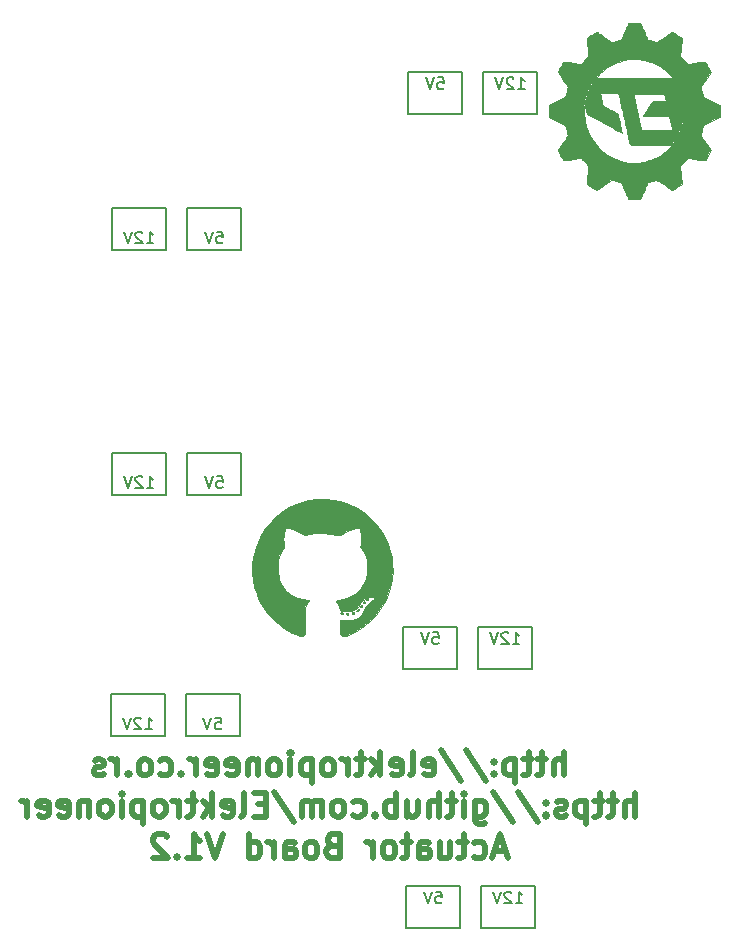
<source format=gbo>
G04 #@! TF.FileFunction,Legend,Bot*
%FSLAX46Y46*%
G04 Gerber Fmt 4.6, Leading zero omitted, Abs format (unit mm)*
G04 Created by KiCad (PCBNEW 4.0.6+dfsg1-1) date Mon Feb 26 15:31:38 2018*
%MOMM*%
%LPD*%
G01*
G04 APERTURE LIST*
%ADD10C,0.100000*%
%ADD11C,0.500000*%
%ADD12C,0.200000*%
%ADD13C,0.010000*%
%ADD14C,0.150000*%
G04 APERTURE END LIST*
D10*
D11*
X58033344Y13364838D02*
X58033344Y15364838D01*
X57176201Y13364838D02*
X57176201Y14412457D01*
X57271439Y14602933D01*
X57461915Y14698171D01*
X57747629Y14698171D01*
X57938105Y14602933D01*
X58033344Y14507695D01*
X56509534Y14698171D02*
X55747629Y14698171D01*
X56223820Y15364838D02*
X56223820Y13650552D01*
X56128581Y13460076D01*
X55938105Y13364838D01*
X55747629Y13364838D01*
X55366677Y14698171D02*
X54604772Y14698171D01*
X55080963Y15364838D02*
X55080963Y13650552D01*
X54985724Y13460076D01*
X54795248Y13364838D01*
X54604772Y13364838D01*
X53938106Y14698171D02*
X53938106Y12698171D01*
X53938106Y14602933D02*
X53747629Y14698171D01*
X53366677Y14698171D01*
X53176201Y14602933D01*
X53080963Y14507695D01*
X52985725Y14317219D01*
X52985725Y13745790D01*
X53080963Y13555314D01*
X53176201Y13460076D01*
X53366677Y13364838D01*
X53747629Y13364838D01*
X53938106Y13460076D01*
X52128582Y13555314D02*
X52033343Y13460076D01*
X52128582Y13364838D01*
X52223820Y13460076D01*
X52128582Y13555314D01*
X52128582Y13364838D01*
X52128582Y14602933D02*
X52033343Y14507695D01*
X52128582Y14412457D01*
X52223820Y14507695D01*
X52128582Y14602933D01*
X52128582Y14412457D01*
X49747629Y15460076D02*
X51461915Y12888648D01*
X47652391Y15460076D02*
X49366677Y12888648D01*
X46223820Y13460076D02*
X46414296Y13364838D01*
X46795248Y13364838D01*
X46985725Y13460076D01*
X47080963Y13650552D01*
X47080963Y14412457D01*
X46985725Y14602933D01*
X46795248Y14698171D01*
X46414296Y14698171D01*
X46223820Y14602933D01*
X46128582Y14412457D01*
X46128582Y14221981D01*
X47080963Y14031505D01*
X44985724Y13364838D02*
X45176200Y13460076D01*
X45271439Y13650552D01*
X45271439Y15364838D01*
X43461915Y13460076D02*
X43652391Y13364838D01*
X44033343Y13364838D01*
X44223820Y13460076D01*
X44319058Y13650552D01*
X44319058Y14412457D01*
X44223820Y14602933D01*
X44033343Y14698171D01*
X43652391Y14698171D01*
X43461915Y14602933D01*
X43366677Y14412457D01*
X43366677Y14221981D01*
X44319058Y14031505D01*
X42509534Y13364838D02*
X42509534Y15364838D01*
X42319057Y14126743D02*
X41747629Y13364838D01*
X41747629Y14698171D02*
X42509534Y13936267D01*
X41176200Y14698171D02*
X40414295Y14698171D01*
X40890486Y15364838D02*
X40890486Y13650552D01*
X40795247Y13460076D01*
X40604771Y13364838D01*
X40414295Y13364838D01*
X39747629Y13364838D02*
X39747629Y14698171D01*
X39747629Y14317219D02*
X39652390Y14507695D01*
X39557152Y14602933D01*
X39366676Y14698171D01*
X39176200Y14698171D01*
X38223819Y13364838D02*
X38414295Y13460076D01*
X38509534Y13555314D01*
X38604772Y13745790D01*
X38604772Y14317219D01*
X38509534Y14507695D01*
X38414295Y14602933D01*
X38223819Y14698171D01*
X37938105Y14698171D01*
X37747629Y14602933D01*
X37652391Y14507695D01*
X37557153Y14317219D01*
X37557153Y13745790D01*
X37652391Y13555314D01*
X37747629Y13460076D01*
X37938105Y13364838D01*
X38223819Y13364838D01*
X36700010Y14698171D02*
X36700010Y12698171D01*
X36700010Y14602933D02*
X36509533Y14698171D01*
X36128581Y14698171D01*
X35938105Y14602933D01*
X35842867Y14507695D01*
X35747629Y14317219D01*
X35747629Y13745790D01*
X35842867Y13555314D01*
X35938105Y13460076D01*
X36128581Y13364838D01*
X36509533Y13364838D01*
X36700010Y13460076D01*
X34890486Y13364838D02*
X34890486Y14698171D01*
X34890486Y15364838D02*
X34985724Y15269600D01*
X34890486Y15174362D01*
X34795247Y15269600D01*
X34890486Y15364838D01*
X34890486Y15174362D01*
X33652390Y13364838D02*
X33842866Y13460076D01*
X33938105Y13555314D01*
X34033343Y13745790D01*
X34033343Y14317219D01*
X33938105Y14507695D01*
X33842866Y14602933D01*
X33652390Y14698171D01*
X33366676Y14698171D01*
X33176200Y14602933D01*
X33080962Y14507695D01*
X32985724Y14317219D01*
X32985724Y13745790D01*
X33080962Y13555314D01*
X33176200Y13460076D01*
X33366676Y13364838D01*
X33652390Y13364838D01*
X32128581Y14698171D02*
X32128581Y13364838D01*
X32128581Y14507695D02*
X32033342Y14602933D01*
X31842866Y14698171D01*
X31557152Y14698171D01*
X31366676Y14602933D01*
X31271438Y14412457D01*
X31271438Y13364838D01*
X29557152Y13460076D02*
X29747628Y13364838D01*
X30128580Y13364838D01*
X30319057Y13460076D01*
X30414295Y13650552D01*
X30414295Y14412457D01*
X30319057Y14602933D01*
X30128580Y14698171D01*
X29747628Y14698171D01*
X29557152Y14602933D01*
X29461914Y14412457D01*
X29461914Y14221981D01*
X30414295Y14031505D01*
X27842866Y13460076D02*
X28033342Y13364838D01*
X28414294Y13364838D01*
X28604771Y13460076D01*
X28700009Y13650552D01*
X28700009Y14412457D01*
X28604771Y14602933D01*
X28414294Y14698171D01*
X28033342Y14698171D01*
X27842866Y14602933D01*
X27747628Y14412457D01*
X27747628Y14221981D01*
X28700009Y14031505D01*
X26890485Y13364838D02*
X26890485Y14698171D01*
X26890485Y14317219D02*
X26795246Y14507695D01*
X26700008Y14602933D01*
X26509532Y14698171D01*
X26319056Y14698171D01*
X25652390Y13555314D02*
X25557151Y13460076D01*
X25652390Y13364838D01*
X25747628Y13460076D01*
X25652390Y13555314D01*
X25652390Y13364838D01*
X23842866Y13460076D02*
X24033342Y13364838D01*
X24414294Y13364838D01*
X24604770Y13460076D01*
X24700009Y13555314D01*
X24795247Y13745790D01*
X24795247Y14317219D01*
X24700009Y14507695D01*
X24604770Y14602933D01*
X24414294Y14698171D01*
X24033342Y14698171D01*
X23842866Y14602933D01*
X22700008Y13364838D02*
X22890484Y13460076D01*
X22985723Y13555314D01*
X23080961Y13745790D01*
X23080961Y14317219D01*
X22985723Y14507695D01*
X22890484Y14602933D01*
X22700008Y14698171D01*
X22414294Y14698171D01*
X22223818Y14602933D01*
X22128580Y14507695D01*
X22033342Y14317219D01*
X22033342Y13745790D01*
X22128580Y13555314D01*
X22223818Y13460076D01*
X22414294Y13364838D01*
X22700008Y13364838D01*
X21176199Y13555314D02*
X21080960Y13460076D01*
X21176199Y13364838D01*
X21271437Y13460076D01*
X21176199Y13555314D01*
X21176199Y13364838D01*
X20223818Y13364838D02*
X20223818Y14698171D01*
X20223818Y14317219D02*
X20128579Y14507695D01*
X20033341Y14602933D01*
X19842865Y14698171D01*
X19652389Y14698171D01*
X19080961Y13460076D02*
X18890484Y13364838D01*
X18509532Y13364838D01*
X18319056Y13460076D01*
X18223818Y13650552D01*
X18223818Y13745790D01*
X18319056Y13936267D01*
X18509532Y14031505D01*
X18795246Y14031505D01*
X18985723Y14126743D01*
X19080961Y14317219D01*
X19080961Y14412457D01*
X18985723Y14602933D01*
X18795246Y14698171D01*
X18509532Y14698171D01*
X18319056Y14602933D01*
X64033345Y9864838D02*
X64033345Y11864838D01*
X63176202Y9864838D02*
X63176202Y10912457D01*
X63271440Y11102933D01*
X63461916Y11198171D01*
X63747630Y11198171D01*
X63938106Y11102933D01*
X64033345Y11007695D01*
X62509535Y11198171D02*
X61747630Y11198171D01*
X62223821Y11864838D02*
X62223821Y10150552D01*
X62128582Y9960076D01*
X61938106Y9864838D01*
X61747630Y9864838D01*
X61366678Y11198171D02*
X60604773Y11198171D01*
X61080964Y11864838D02*
X61080964Y10150552D01*
X60985725Y9960076D01*
X60795249Y9864838D01*
X60604773Y9864838D01*
X59938107Y11198171D02*
X59938107Y9198171D01*
X59938107Y11102933D02*
X59747630Y11198171D01*
X59366678Y11198171D01*
X59176202Y11102933D01*
X59080964Y11007695D01*
X58985726Y10817219D01*
X58985726Y10245790D01*
X59080964Y10055314D01*
X59176202Y9960076D01*
X59366678Y9864838D01*
X59747630Y9864838D01*
X59938107Y9960076D01*
X58223821Y9960076D02*
X58033344Y9864838D01*
X57652392Y9864838D01*
X57461916Y9960076D01*
X57366678Y10150552D01*
X57366678Y10245790D01*
X57461916Y10436267D01*
X57652392Y10531505D01*
X57938106Y10531505D01*
X58128583Y10626743D01*
X58223821Y10817219D01*
X58223821Y10912457D01*
X58128583Y11102933D01*
X57938106Y11198171D01*
X57652392Y11198171D01*
X57461916Y11102933D01*
X56509535Y10055314D02*
X56414296Y9960076D01*
X56509535Y9864838D01*
X56604773Y9960076D01*
X56509535Y10055314D01*
X56509535Y9864838D01*
X56509535Y11102933D02*
X56414296Y11007695D01*
X56509535Y10912457D01*
X56604773Y11007695D01*
X56509535Y11102933D01*
X56509535Y10912457D01*
X54128582Y11960076D02*
X55842868Y9388648D01*
X52033344Y11960076D02*
X53747630Y9388648D01*
X50509535Y11198171D02*
X50509535Y9579124D01*
X50604773Y9388648D01*
X50700011Y9293410D01*
X50890487Y9198171D01*
X51176201Y9198171D01*
X51366678Y9293410D01*
X50509535Y9960076D02*
X50700011Y9864838D01*
X51080963Y9864838D01*
X51271439Y9960076D01*
X51366678Y10055314D01*
X51461916Y10245790D01*
X51461916Y10817219D01*
X51366678Y11007695D01*
X51271439Y11102933D01*
X51080963Y11198171D01*
X50700011Y11198171D01*
X50509535Y11102933D01*
X49557154Y9864838D02*
X49557154Y11198171D01*
X49557154Y11864838D02*
X49652392Y11769600D01*
X49557154Y11674362D01*
X49461915Y11769600D01*
X49557154Y11864838D01*
X49557154Y11674362D01*
X48890487Y11198171D02*
X48128582Y11198171D01*
X48604773Y11864838D02*
X48604773Y10150552D01*
X48509534Y9960076D01*
X48319058Y9864838D01*
X48128582Y9864838D01*
X47461916Y9864838D02*
X47461916Y11864838D01*
X46604773Y9864838D02*
X46604773Y10912457D01*
X46700011Y11102933D01*
X46890487Y11198171D01*
X47176201Y11198171D01*
X47366677Y11102933D01*
X47461916Y11007695D01*
X44795249Y11198171D02*
X44795249Y9864838D01*
X45652392Y11198171D02*
X45652392Y10150552D01*
X45557153Y9960076D01*
X45366677Y9864838D01*
X45080963Y9864838D01*
X44890487Y9960076D01*
X44795249Y10055314D01*
X43842868Y9864838D02*
X43842868Y11864838D01*
X43842868Y11102933D02*
X43652391Y11198171D01*
X43271439Y11198171D01*
X43080963Y11102933D01*
X42985725Y11007695D01*
X42890487Y10817219D01*
X42890487Y10245790D01*
X42985725Y10055314D01*
X43080963Y9960076D01*
X43271439Y9864838D01*
X43652391Y9864838D01*
X43842868Y9960076D01*
X42033344Y10055314D02*
X41938105Y9960076D01*
X42033344Y9864838D01*
X42128582Y9960076D01*
X42033344Y10055314D01*
X42033344Y9864838D01*
X40223820Y9960076D02*
X40414296Y9864838D01*
X40795248Y9864838D01*
X40985724Y9960076D01*
X41080963Y10055314D01*
X41176201Y10245790D01*
X41176201Y10817219D01*
X41080963Y11007695D01*
X40985724Y11102933D01*
X40795248Y11198171D01*
X40414296Y11198171D01*
X40223820Y11102933D01*
X39080962Y9864838D02*
X39271438Y9960076D01*
X39366677Y10055314D01*
X39461915Y10245790D01*
X39461915Y10817219D01*
X39366677Y11007695D01*
X39271438Y11102933D01*
X39080962Y11198171D01*
X38795248Y11198171D01*
X38604772Y11102933D01*
X38509534Y11007695D01*
X38414296Y10817219D01*
X38414296Y10245790D01*
X38509534Y10055314D01*
X38604772Y9960076D01*
X38795248Y9864838D01*
X39080962Y9864838D01*
X37557153Y9864838D02*
X37557153Y11198171D01*
X37557153Y11007695D02*
X37461914Y11102933D01*
X37271438Y11198171D01*
X36985724Y11198171D01*
X36795248Y11102933D01*
X36700010Y10912457D01*
X36700010Y9864838D01*
X36700010Y10912457D02*
X36604772Y11102933D01*
X36414295Y11198171D01*
X36128581Y11198171D01*
X35938105Y11102933D01*
X35842867Y10912457D01*
X35842867Y9864838D01*
X33461914Y11960076D02*
X35176200Y9388648D01*
X32795248Y10912457D02*
X32128581Y10912457D01*
X31842867Y9864838D02*
X32795248Y9864838D01*
X32795248Y11864838D01*
X31842867Y11864838D01*
X30700009Y9864838D02*
X30890485Y9960076D01*
X30985724Y10150552D01*
X30985724Y11864838D01*
X29176200Y9960076D02*
X29366676Y9864838D01*
X29747628Y9864838D01*
X29938105Y9960076D01*
X30033343Y10150552D01*
X30033343Y10912457D01*
X29938105Y11102933D01*
X29747628Y11198171D01*
X29366676Y11198171D01*
X29176200Y11102933D01*
X29080962Y10912457D01*
X29080962Y10721981D01*
X30033343Y10531505D01*
X28223819Y9864838D02*
X28223819Y11864838D01*
X28033342Y10626743D02*
X27461914Y9864838D01*
X27461914Y11198171D02*
X28223819Y10436267D01*
X26890485Y11198171D02*
X26128580Y11198171D01*
X26604771Y11864838D02*
X26604771Y10150552D01*
X26509532Y9960076D01*
X26319056Y9864838D01*
X26128580Y9864838D01*
X25461914Y9864838D02*
X25461914Y11198171D01*
X25461914Y10817219D02*
X25366675Y11007695D01*
X25271437Y11102933D01*
X25080961Y11198171D01*
X24890485Y11198171D01*
X23938104Y9864838D02*
X24128580Y9960076D01*
X24223819Y10055314D01*
X24319057Y10245790D01*
X24319057Y10817219D01*
X24223819Y11007695D01*
X24128580Y11102933D01*
X23938104Y11198171D01*
X23652390Y11198171D01*
X23461914Y11102933D01*
X23366676Y11007695D01*
X23271438Y10817219D01*
X23271438Y10245790D01*
X23366676Y10055314D01*
X23461914Y9960076D01*
X23652390Y9864838D01*
X23938104Y9864838D01*
X22414295Y11198171D02*
X22414295Y9198171D01*
X22414295Y11102933D02*
X22223818Y11198171D01*
X21842866Y11198171D01*
X21652390Y11102933D01*
X21557152Y11007695D01*
X21461914Y10817219D01*
X21461914Y10245790D01*
X21557152Y10055314D01*
X21652390Y9960076D01*
X21842866Y9864838D01*
X22223818Y9864838D01*
X22414295Y9960076D01*
X20604771Y9864838D02*
X20604771Y11198171D01*
X20604771Y11864838D02*
X20700009Y11769600D01*
X20604771Y11674362D01*
X20509532Y11769600D01*
X20604771Y11864838D01*
X20604771Y11674362D01*
X19366675Y9864838D02*
X19557151Y9960076D01*
X19652390Y10055314D01*
X19747628Y10245790D01*
X19747628Y10817219D01*
X19652390Y11007695D01*
X19557151Y11102933D01*
X19366675Y11198171D01*
X19080961Y11198171D01*
X18890485Y11102933D01*
X18795247Y11007695D01*
X18700009Y10817219D01*
X18700009Y10245790D01*
X18795247Y10055314D01*
X18890485Y9960076D01*
X19080961Y9864838D01*
X19366675Y9864838D01*
X17842866Y11198171D02*
X17842866Y9864838D01*
X17842866Y11007695D02*
X17747627Y11102933D01*
X17557151Y11198171D01*
X17271437Y11198171D01*
X17080961Y11102933D01*
X16985723Y10912457D01*
X16985723Y9864838D01*
X15271437Y9960076D02*
X15461913Y9864838D01*
X15842865Y9864838D01*
X16033342Y9960076D01*
X16128580Y10150552D01*
X16128580Y10912457D01*
X16033342Y11102933D01*
X15842865Y11198171D01*
X15461913Y11198171D01*
X15271437Y11102933D01*
X15176199Y10912457D01*
X15176199Y10721981D01*
X16128580Y10531505D01*
X13557151Y9960076D02*
X13747627Y9864838D01*
X14128579Y9864838D01*
X14319056Y9960076D01*
X14414294Y10150552D01*
X14414294Y10912457D01*
X14319056Y11102933D01*
X14128579Y11198171D01*
X13747627Y11198171D01*
X13557151Y11102933D01*
X13461913Y10912457D01*
X13461913Y10721981D01*
X14414294Y10531505D01*
X12604770Y9864838D02*
X12604770Y11198171D01*
X12604770Y10817219D02*
X12509531Y11007695D01*
X12414293Y11102933D01*
X12223817Y11198171D01*
X12033341Y11198171D01*
X53080963Y6936267D02*
X52128582Y6936267D01*
X53271439Y6364838D02*
X52604772Y8364838D01*
X51938105Y6364838D01*
X50414296Y6460076D02*
X50604772Y6364838D01*
X50985724Y6364838D01*
X51176200Y6460076D01*
X51271439Y6555314D01*
X51366677Y6745790D01*
X51366677Y7317219D01*
X51271439Y7507695D01*
X51176200Y7602933D01*
X50985724Y7698171D01*
X50604772Y7698171D01*
X50414296Y7602933D01*
X49842867Y7698171D02*
X49080962Y7698171D01*
X49557153Y8364838D02*
X49557153Y6650552D01*
X49461914Y6460076D01*
X49271438Y6364838D01*
X49080962Y6364838D01*
X47557153Y7698171D02*
X47557153Y6364838D01*
X48414296Y7698171D02*
X48414296Y6650552D01*
X48319057Y6460076D01*
X48128581Y6364838D01*
X47842867Y6364838D01*
X47652391Y6460076D01*
X47557153Y6555314D01*
X45747629Y6364838D02*
X45747629Y7412457D01*
X45842867Y7602933D01*
X46033343Y7698171D01*
X46414295Y7698171D01*
X46604772Y7602933D01*
X45747629Y6460076D02*
X45938105Y6364838D01*
X46414295Y6364838D01*
X46604772Y6460076D01*
X46700010Y6650552D01*
X46700010Y6841029D01*
X46604772Y7031505D01*
X46414295Y7126743D01*
X45938105Y7126743D01*
X45747629Y7221981D01*
X45080962Y7698171D02*
X44319057Y7698171D01*
X44795248Y8364838D02*
X44795248Y6650552D01*
X44700009Y6460076D01*
X44509533Y6364838D01*
X44319057Y6364838D01*
X43366676Y6364838D02*
X43557152Y6460076D01*
X43652391Y6555314D01*
X43747629Y6745790D01*
X43747629Y7317219D01*
X43652391Y7507695D01*
X43557152Y7602933D01*
X43366676Y7698171D01*
X43080962Y7698171D01*
X42890486Y7602933D01*
X42795248Y7507695D01*
X42700010Y7317219D01*
X42700010Y6745790D01*
X42795248Y6555314D01*
X42890486Y6460076D01*
X43080962Y6364838D01*
X43366676Y6364838D01*
X41842867Y6364838D02*
X41842867Y7698171D01*
X41842867Y7317219D02*
X41747628Y7507695D01*
X41652390Y7602933D01*
X41461914Y7698171D01*
X41271438Y7698171D01*
X38414295Y7412457D02*
X38128581Y7317219D01*
X38033342Y7221981D01*
X37938104Y7031505D01*
X37938104Y6745790D01*
X38033342Y6555314D01*
X38128581Y6460076D01*
X38319057Y6364838D01*
X39080962Y6364838D01*
X39080962Y8364838D01*
X38414295Y8364838D01*
X38223819Y8269600D01*
X38128581Y8174362D01*
X38033342Y7983886D01*
X38033342Y7793410D01*
X38128581Y7602933D01*
X38223819Y7507695D01*
X38414295Y7412457D01*
X39080962Y7412457D01*
X36795247Y6364838D02*
X36985723Y6460076D01*
X37080962Y6555314D01*
X37176200Y6745790D01*
X37176200Y7317219D01*
X37080962Y7507695D01*
X36985723Y7602933D01*
X36795247Y7698171D01*
X36509533Y7698171D01*
X36319057Y7602933D01*
X36223819Y7507695D01*
X36128581Y7317219D01*
X36128581Y6745790D01*
X36223819Y6555314D01*
X36319057Y6460076D01*
X36509533Y6364838D01*
X36795247Y6364838D01*
X34414295Y6364838D02*
X34414295Y7412457D01*
X34509533Y7602933D01*
X34700009Y7698171D01*
X35080961Y7698171D01*
X35271438Y7602933D01*
X34414295Y6460076D02*
X34604771Y6364838D01*
X35080961Y6364838D01*
X35271438Y6460076D01*
X35366676Y6650552D01*
X35366676Y6841029D01*
X35271438Y7031505D01*
X35080961Y7126743D01*
X34604771Y7126743D01*
X34414295Y7221981D01*
X33461914Y6364838D02*
X33461914Y7698171D01*
X33461914Y7317219D02*
X33366675Y7507695D01*
X33271437Y7602933D01*
X33080961Y7698171D01*
X32890485Y7698171D01*
X31366676Y6364838D02*
X31366676Y8364838D01*
X31366676Y6460076D02*
X31557152Y6364838D01*
X31938104Y6364838D01*
X32128580Y6460076D01*
X32223819Y6555314D01*
X32319057Y6745790D01*
X32319057Y7317219D01*
X32223819Y7507695D01*
X32128580Y7602933D01*
X31938104Y7698171D01*
X31557152Y7698171D01*
X31366676Y7602933D01*
X29176199Y8364838D02*
X28509532Y6364838D01*
X27842865Y8364838D01*
X26128579Y6364838D02*
X27271437Y6364838D01*
X26700008Y6364838D02*
X26700008Y8364838D01*
X26890484Y8079124D01*
X27080960Y7888648D01*
X27271437Y7793410D01*
X25271437Y6555314D02*
X25176198Y6460076D01*
X25271437Y6364838D01*
X25366675Y6460076D01*
X25271437Y6555314D01*
X25271437Y6364838D01*
X24414294Y8174362D02*
X24319056Y8269600D01*
X24128579Y8364838D01*
X23652389Y8364838D01*
X23461913Y8269600D01*
X23366675Y8174362D01*
X23271436Y7983886D01*
X23271436Y7793410D01*
X23366675Y7507695D01*
X24509532Y6364838D01*
X23271436Y6364838D01*
D12*
X26162000Y57823100D02*
X26162000Y61379100D01*
X26162000Y61379100D02*
X30734000Y61379100D01*
X30734000Y61379100D02*
X30734000Y57823100D01*
X30734000Y57823100D02*
X26162000Y57823100D01*
X24384000Y57823100D02*
X24384000Y61379100D01*
X24384000Y61379100D02*
X19812000Y61379100D01*
X19812000Y61379100D02*
X19812000Y57823100D01*
X19812000Y57823100D02*
X24384000Y57823100D01*
X26162000Y37122100D02*
X26162000Y40678100D01*
X26162000Y40678100D02*
X30734000Y40678100D01*
X30734000Y40678100D02*
X30734000Y37122100D01*
X30734000Y37122100D02*
X26162000Y37122100D01*
X24384000Y37122100D02*
X24384000Y40678100D01*
X24384000Y40678100D02*
X19812000Y40678100D01*
X19812000Y40678100D02*
X19812000Y37122100D01*
X19812000Y37122100D02*
X24384000Y37122100D01*
X49276000Y3975100D02*
X49276000Y419100D01*
X49276000Y419100D02*
X44704000Y419100D01*
X44704000Y419100D02*
X44704000Y3975100D01*
X44704000Y3975100D02*
X49276000Y3975100D01*
X51054000Y3975100D02*
X51054000Y419100D01*
X51054000Y419100D02*
X55626000Y419100D01*
X55626000Y419100D02*
X55626000Y3975100D01*
X55626000Y3975100D02*
X51054000Y3975100D01*
X49022000Y25946100D02*
X49022000Y22390100D01*
X49022000Y22390100D02*
X44450000Y22390100D01*
X44450000Y22390100D02*
X44450000Y25946100D01*
X44450000Y25946100D02*
X49022000Y25946100D01*
X50800000Y25946100D02*
X50800000Y22390100D01*
X50800000Y22390100D02*
X55372000Y22390100D01*
X55372000Y22390100D02*
X55372000Y25946100D01*
X55372000Y25946100D02*
X50800000Y25946100D01*
X49453800Y72910700D02*
X49453800Y69354700D01*
X49453800Y69354700D02*
X44881800Y69354700D01*
X44881800Y69354700D02*
X44881800Y72910700D01*
X44881800Y72910700D02*
X49453800Y72910700D01*
X51231800Y72910700D02*
X51231800Y69354700D01*
X51231800Y69354700D02*
X55803800Y69354700D01*
X55803800Y69354700D02*
X55803800Y72910700D01*
X55803800Y72910700D02*
X51231800Y72910700D01*
X26035000Y16675100D02*
X26035000Y20231100D01*
X26035000Y20231100D02*
X30607000Y20231100D01*
X30607000Y20231100D02*
X30607000Y16675100D01*
X30607000Y16675100D02*
X26035000Y16675100D01*
X24257000Y16675100D02*
X24257000Y20231100D01*
X24257000Y20231100D02*
X19685000Y20231100D01*
X19685000Y20231100D02*
X19685000Y16675100D01*
X19685000Y16675100D02*
X24257000Y16675100D01*
D13*
G36*
X63858173Y77064888D02*
X63741668Y77064273D01*
X63640544Y77063280D01*
X63562015Y77061911D01*
X63513294Y77060164D01*
X63500683Y77058638D01*
X63491088Y77038347D01*
X63466724Y76983553D01*
X63429509Y76898658D01*
X63381360Y76788067D01*
X63324194Y76656181D01*
X63259928Y76507404D01*
X63193867Y76354016D01*
X63124616Y76193207D01*
X63060642Y76045060D01*
X63003862Y75913982D01*
X62956194Y75804385D01*
X62919556Y75720677D01*
X62895865Y75667267D01*
X62887095Y75648604D01*
X62865025Y75640927D01*
X62810773Y75626145D01*
X62733411Y75606654D01*
X62672733Y75592049D01*
X62552919Y75561720D01*
X62417329Y75524355D01*
X62290212Y75486708D01*
X62257195Y75476317D01*
X62049439Y75409728D01*
X61438330Y75867711D01*
X61277481Y75988042D01*
X61146874Y76085065D01*
X61043030Y76161066D01*
X60962469Y76218329D01*
X60901711Y76259140D01*
X60857278Y76285784D01*
X60825690Y76300547D01*
X60803468Y76305713D01*
X60787133Y76303567D01*
X60779724Y76300275D01*
X60747731Y76282093D01*
X60685567Y76245863D01*
X60599416Y76195223D01*
X60495465Y76133812D01*
X60379896Y76065268D01*
X60346404Y76045357D01*
X59960582Y75815859D01*
X59970075Y75735938D01*
X59974495Y75695859D01*
X59982619Y75619337D01*
X59993857Y75512044D01*
X60007618Y75379650D01*
X60023312Y75227827D01*
X60040349Y75062248D01*
X60051053Y74957853D01*
X60122538Y74259690D01*
X59872398Y74005353D01*
X59784128Y73915263D01*
X59701815Y73830628D01*
X59632009Y73758232D01*
X59581262Y73704856D01*
X59561937Y73683949D01*
X59501617Y73616881D01*
X58753295Y73701155D01*
X58580346Y73720436D01*
X58421230Y73737801D01*
X58280711Y73752756D01*
X58163552Y73764812D01*
X58074514Y73773478D01*
X58018361Y73778263D01*
X57999831Y73778806D01*
X57988511Y73759249D01*
X57959487Y73707890D01*
X57915664Y73629907D01*
X57859948Y73530476D01*
X57795245Y73414772D01*
X57749127Y73332184D01*
X57503565Y72892184D01*
X57879406Y72358517D01*
X57976423Y72220658D01*
X58068702Y72089339D01*
X58152546Y71969837D01*
X58224258Y71867426D01*
X58280142Y71787383D01*
X58316500Y71734982D01*
X58323372Y71724965D01*
X58391498Y71625079D01*
X58334292Y71428631D01*
X58304369Y71320693D01*
X58270757Y71191344D01*
X58238573Y71060583D01*
X58222602Y70992089D01*
X58168117Y70751995D01*
X57474909Y70433447D01*
X56781700Y70114899D01*
X56781700Y69089970D01*
X57474909Y68770954D01*
X58168117Y68451937D01*
X58222602Y68212227D01*
X58251652Y68089831D01*
X58285094Y67957234D01*
X58317799Y67834472D01*
X58334292Y67776069D01*
X58391498Y67579621D01*
X58323372Y67479736D01*
X58293998Y67437231D01*
X58243923Y67365406D01*
X58176843Y67269537D01*
X58096457Y67154898D01*
X58006459Y67026765D01*
X57910548Y66890414D01*
X57879406Y66846183D01*
X57503565Y66312517D01*
X57749127Y65872517D01*
X57818160Y65748926D01*
X57880117Y65638200D01*
X57932093Y65545516D01*
X57971182Y65476048D01*
X57994480Y65434973D01*
X57999793Y65425933D01*
X58021245Y65426688D01*
X58079993Y65431764D01*
X58171275Y65440672D01*
X58290328Y65452923D01*
X58432390Y65468027D01*
X58592697Y65485494D01*
X58753257Y65503350D01*
X59501617Y65587351D01*
X59561937Y65520517D01*
X59597202Y65482798D01*
X59655677Y65421749D01*
X59730814Y65344145D01*
X59816060Y65256764D01*
X59872398Y65199347D01*
X60122538Y64945011D01*
X60051053Y64246847D01*
X60033490Y64075701D01*
X60016914Y63914883D01*
X60001913Y63770065D01*
X59989079Y63646918D01*
X59979002Y63551113D01*
X59972272Y63488323D01*
X59970075Y63468762D01*
X59960582Y63388841D01*
X60346404Y63159343D01*
X60464111Y63089459D01*
X60571927Y63025691D01*
X60663669Y62971679D01*
X60733150Y62931060D01*
X60774187Y62907475D01*
X60779724Y62904426D01*
X60794359Y62899350D01*
X60813050Y62900384D01*
X60839276Y62909812D01*
X60876516Y62929919D01*
X60928249Y62962990D01*
X60997956Y63011311D01*
X61089115Y63077167D01*
X61205205Y63162843D01*
X61349707Y63270624D01*
X61438330Y63336989D01*
X62049439Y63794972D01*
X62257195Y63728383D01*
X62376999Y63691976D01*
X62512588Y63653814D01*
X62639712Y63620653D01*
X62672733Y63612651D01*
X62760554Y63591335D01*
X62831381Y63573114D01*
X62876142Y63560381D01*
X62887049Y63556096D01*
X62896621Y63535617D01*
X62920957Y63480641D01*
X62958140Y63395579D01*
X63006253Y63284844D01*
X63063378Y63152845D01*
X63127600Y63003995D01*
X63193385Y62851121D01*
X63262580Y62690372D01*
X63326522Y62542306D01*
X63383292Y62411332D01*
X63430969Y62301858D01*
X63467634Y62218293D01*
X63491368Y62165045D01*
X63500188Y62146557D01*
X63523222Y62143638D01*
X63581296Y62141072D01*
X63667121Y62138896D01*
X63773403Y62137146D01*
X63892853Y62135860D01*
X64018179Y62135075D01*
X64142090Y62134826D01*
X64257295Y62135153D01*
X64356501Y62136090D01*
X64432419Y62137676D01*
X64477757Y62139947D01*
X64487112Y62141557D01*
X64499317Y62162913D01*
X64526114Y62218771D01*
X64565509Y62304682D01*
X64615508Y62416201D01*
X64674115Y62548879D01*
X64739335Y62698271D01*
X64805181Y62850640D01*
X64874435Y63011454D01*
X64938411Y63159607D01*
X64995194Y63290690D01*
X65042864Y63400293D01*
X65079505Y63484008D01*
X65103199Y63537425D01*
X65111973Y63556096D01*
X65134043Y63563774D01*
X65188295Y63578555D01*
X65265656Y63598046D01*
X65326335Y63612651D01*
X65446149Y63642980D01*
X65581739Y63680345D01*
X65708856Y63717992D01*
X65741873Y63728383D01*
X65949629Y63794972D01*
X66560738Y63336989D01*
X66721586Y63216658D01*
X66852193Y63119635D01*
X66956038Y63043635D01*
X67036599Y62986371D01*
X67097357Y62945560D01*
X67141790Y62918916D01*
X67173377Y62904154D01*
X67195599Y62898988D01*
X67211935Y62901133D01*
X67219344Y62904426D01*
X67251336Y62922608D01*
X67313501Y62958838D01*
X67399651Y63009478D01*
X67503603Y63070889D01*
X67619171Y63139432D01*
X67652663Y63159343D01*
X68038485Y63388841D01*
X68028993Y63468762D01*
X68024573Y63508841D01*
X68016448Y63585363D01*
X68005211Y63692657D01*
X67991450Y63825051D01*
X67975755Y63976873D01*
X67958718Y64142452D01*
X67948015Y64246847D01*
X67876529Y64945011D01*
X68126670Y65199347D01*
X68214939Y65289438D01*
X68297253Y65374072D01*
X68367059Y65446468D01*
X68417806Y65499844D01*
X68437131Y65520751D01*
X68497450Y65587819D01*
X69245773Y65503546D01*
X69418722Y65484264D01*
X69577837Y65466900D01*
X69718356Y65451944D01*
X69835516Y65439888D01*
X69924554Y65431222D01*
X69980706Y65426438D01*
X69999237Y65425895D01*
X70010557Y65445452D01*
X70039581Y65496810D01*
X70083404Y65574793D01*
X70139120Y65674225D01*
X70203823Y65789928D01*
X70249940Y65872517D01*
X70495502Y66312517D01*
X70119662Y66846183D01*
X70022645Y66984043D01*
X69930366Y67115361D01*
X69846522Y67234863D01*
X69774810Y67337274D01*
X69718926Y67417318D01*
X69682567Y67469718D01*
X69675695Y67479736D01*
X69607570Y67579621D01*
X69664775Y67776069D01*
X69694698Y67884008D01*
X69728310Y68013356D01*
X69760495Y68144118D01*
X69776466Y68212611D01*
X69830950Y68452706D01*
X70524159Y68771253D01*
X71217367Y69089801D01*
X71217367Y69602350D01*
X68232867Y69602350D01*
X68226021Y69300180D01*
X68204085Y69025031D01*
X68164968Y68763632D01*
X68106574Y68502716D01*
X68026810Y68229012D01*
X68006199Y68165801D01*
X67852064Y67766571D01*
X67661516Y67386506D01*
X67436497Y67028167D01*
X67178944Y66694117D01*
X66890798Y66386919D01*
X66573998Y66109136D01*
X66296117Y65906381D01*
X66148861Y65815044D01*
X65974785Y65718673D01*
X65786532Y65623438D01*
X65596742Y65535507D01*
X65418057Y65461049D01*
X65286403Y65413630D01*
X65086327Y65354847D01*
X64869754Y65302118D01*
X64655333Y65259592D01*
X64473579Y65232765D01*
X64351957Y65222720D01*
X64201508Y65216433D01*
X64035571Y65213909D01*
X63867487Y65215152D01*
X63710593Y65220169D01*
X63578231Y65228963D01*
X63544605Y65232419D01*
X63159637Y65294207D01*
X62790164Y65390665D01*
X62427368Y65524401D01*
X62189784Y65633131D01*
X61933825Y65767568D01*
X61704273Y65907800D01*
X61485436Y66064080D01*
X61296826Y66216604D01*
X60992208Y66502218D01*
X60717525Y66816431D01*
X60474208Y67156542D01*
X60263690Y67519850D01*
X60087401Y67903655D01*
X59946775Y68305256D01*
X59843242Y68721951D01*
X59788372Y69062045D01*
X59780697Y69146563D01*
X59774174Y69261167D01*
X59769305Y69393618D01*
X59766592Y69531673D01*
X59766200Y69602350D01*
X59773047Y69904520D01*
X59794982Y70179670D01*
X59834100Y70441068D01*
X59892494Y70701985D01*
X59972257Y70975688D01*
X59992869Y71038899D01*
X60147004Y71438129D01*
X60337551Y71818195D01*
X60562571Y72176534D01*
X60820123Y72510583D01*
X61108269Y72817781D01*
X61425069Y73095564D01*
X61702950Y73298319D01*
X61849463Y73389214D01*
X62022713Y73485188D01*
X62210122Y73580101D01*
X62399110Y73667811D01*
X62577099Y73742176D01*
X62711244Y73790600D01*
X63115164Y73900089D01*
X63525239Y73968217D01*
X63938602Y73994984D01*
X64352387Y73980390D01*
X64763728Y73924434D01*
X65169757Y73827118D01*
X65287824Y73790600D01*
X65446399Y73732541D01*
X65626743Y73655879D01*
X65816278Y73566756D01*
X66002426Y73471313D01*
X66172607Y73375691D01*
X66296117Y73298319D01*
X66634824Y73046389D01*
X66946456Y72762957D01*
X67229075Y72450586D01*
X67480741Y72111838D01*
X67699515Y71749277D01*
X67883456Y71365464D01*
X68006199Y71038899D01*
X68090942Y70760605D01*
X68153855Y70498015D01*
X68197031Y70237860D01*
X68222565Y69966872D01*
X68232549Y69671781D01*
X68232867Y69602350D01*
X71217367Y69602350D01*
X71217367Y70114899D01*
X70524159Y70433447D01*
X69830950Y70751995D01*
X69776466Y70992089D01*
X69747446Y71114528D01*
X69714037Y71247132D01*
X69681355Y71369903D01*
X69664775Y71428631D01*
X69607570Y71625079D01*
X69675695Y71724965D01*
X69705070Y71767469D01*
X69755145Y71839294D01*
X69822224Y71935163D01*
X69902611Y72049802D01*
X69992608Y72177935D01*
X70088519Y72314286D01*
X70119662Y72358517D01*
X70495502Y72892184D01*
X70249940Y73332184D01*
X70180905Y73455777D01*
X70118944Y73566508D01*
X70066961Y73659200D01*
X70027863Y73728676D01*
X70004556Y73769760D01*
X69999237Y73778806D01*
X69977777Y73778052D01*
X69919023Y73772963D01*
X69827737Y73764029D01*
X69708681Y73751741D01*
X69566620Y73736590D01*
X69406316Y73719067D01*
X69245773Y73701155D01*
X68497450Y73616881D01*
X68437131Y73683949D01*
X68401863Y73721750D01*
X68343383Y73782872D01*
X68268241Y73860533D01*
X68182988Y73947951D01*
X68126670Y74005353D01*
X67876529Y74259690D01*
X67948015Y74957853D01*
X67965577Y75128999D01*
X67982154Y75289817D01*
X67997155Y75434635D01*
X68009989Y75557783D01*
X68020066Y75653587D01*
X68026796Y75716378D01*
X68028993Y75735938D01*
X68038485Y75815859D01*
X67652663Y76045357D01*
X67534957Y76115242D01*
X67427140Y76179009D01*
X67335399Y76233022D01*
X67265917Y76273640D01*
X67224881Y76297226D01*
X67219344Y76300275D01*
X67204708Y76305350D01*
X67186018Y76304316D01*
X67159792Y76294889D01*
X67122552Y76274782D01*
X67070818Y76241710D01*
X67001112Y76193389D01*
X66909953Y76127533D01*
X66793862Y76041857D01*
X66649361Y75934076D01*
X66560738Y75867711D01*
X65949629Y75409728D01*
X65741873Y75476317D01*
X65622069Y75512725D01*
X65486480Y75550886D01*
X65359356Y75584048D01*
X65326335Y75592049D01*
X65238507Y75613366D01*
X65167668Y75631587D01*
X65122891Y75644320D01*
X65111973Y75648604D01*
X65102386Y75669081D01*
X65078027Y75724053D01*
X65040813Y75809111D01*
X64992662Y75919845D01*
X64935491Y76051846D01*
X64871218Y76200706D01*
X64805200Y76354016D01*
X64735955Y76514787D01*
X64671983Y76662862D01*
X64615202Y76793836D01*
X64567529Y76903306D01*
X64530881Y76986871D01*
X64507175Y77040126D01*
X64498385Y77058638D01*
X64476209Y77060662D01*
X64418915Y77062309D01*
X64333718Y77063579D01*
X64227831Y77064472D01*
X64108468Y77064988D01*
X63982844Y77065127D01*
X63858173Y77064888D01*
X63858173Y77064888D01*
G37*
X63858173Y77064888D02*
X63741668Y77064273D01*
X63640544Y77063280D01*
X63562015Y77061911D01*
X63513294Y77060164D01*
X63500683Y77058638D01*
X63491088Y77038347D01*
X63466724Y76983553D01*
X63429509Y76898658D01*
X63381360Y76788067D01*
X63324194Y76656181D01*
X63259928Y76507404D01*
X63193867Y76354016D01*
X63124616Y76193207D01*
X63060642Y76045060D01*
X63003862Y75913982D01*
X62956194Y75804385D01*
X62919556Y75720677D01*
X62895865Y75667267D01*
X62887095Y75648604D01*
X62865025Y75640927D01*
X62810773Y75626145D01*
X62733411Y75606654D01*
X62672733Y75592049D01*
X62552919Y75561720D01*
X62417329Y75524355D01*
X62290212Y75486708D01*
X62257195Y75476317D01*
X62049439Y75409728D01*
X61438330Y75867711D01*
X61277481Y75988042D01*
X61146874Y76085065D01*
X61043030Y76161066D01*
X60962469Y76218329D01*
X60901711Y76259140D01*
X60857278Y76285784D01*
X60825690Y76300547D01*
X60803468Y76305713D01*
X60787133Y76303567D01*
X60779724Y76300275D01*
X60747731Y76282093D01*
X60685567Y76245863D01*
X60599416Y76195223D01*
X60495465Y76133812D01*
X60379896Y76065268D01*
X60346404Y76045357D01*
X59960582Y75815859D01*
X59970075Y75735938D01*
X59974495Y75695859D01*
X59982619Y75619337D01*
X59993857Y75512044D01*
X60007618Y75379650D01*
X60023312Y75227827D01*
X60040349Y75062248D01*
X60051053Y74957853D01*
X60122538Y74259690D01*
X59872398Y74005353D01*
X59784128Y73915263D01*
X59701815Y73830628D01*
X59632009Y73758232D01*
X59581262Y73704856D01*
X59561937Y73683949D01*
X59501617Y73616881D01*
X58753295Y73701155D01*
X58580346Y73720436D01*
X58421230Y73737801D01*
X58280711Y73752756D01*
X58163552Y73764812D01*
X58074514Y73773478D01*
X58018361Y73778263D01*
X57999831Y73778806D01*
X57988511Y73759249D01*
X57959487Y73707890D01*
X57915664Y73629907D01*
X57859948Y73530476D01*
X57795245Y73414772D01*
X57749127Y73332184D01*
X57503565Y72892184D01*
X57879406Y72358517D01*
X57976423Y72220658D01*
X58068702Y72089339D01*
X58152546Y71969837D01*
X58224258Y71867426D01*
X58280142Y71787383D01*
X58316500Y71734982D01*
X58323372Y71724965D01*
X58391498Y71625079D01*
X58334292Y71428631D01*
X58304369Y71320693D01*
X58270757Y71191344D01*
X58238573Y71060583D01*
X58222602Y70992089D01*
X58168117Y70751995D01*
X57474909Y70433447D01*
X56781700Y70114899D01*
X56781700Y69089970D01*
X57474909Y68770954D01*
X58168117Y68451937D01*
X58222602Y68212227D01*
X58251652Y68089831D01*
X58285094Y67957234D01*
X58317799Y67834472D01*
X58334292Y67776069D01*
X58391498Y67579621D01*
X58323372Y67479736D01*
X58293998Y67437231D01*
X58243923Y67365406D01*
X58176843Y67269537D01*
X58096457Y67154898D01*
X58006459Y67026765D01*
X57910548Y66890414D01*
X57879406Y66846183D01*
X57503565Y66312517D01*
X57749127Y65872517D01*
X57818160Y65748926D01*
X57880117Y65638200D01*
X57932093Y65545516D01*
X57971182Y65476048D01*
X57994480Y65434973D01*
X57999793Y65425933D01*
X58021245Y65426688D01*
X58079993Y65431764D01*
X58171275Y65440672D01*
X58290328Y65452923D01*
X58432390Y65468027D01*
X58592697Y65485494D01*
X58753257Y65503350D01*
X59501617Y65587351D01*
X59561937Y65520517D01*
X59597202Y65482798D01*
X59655677Y65421749D01*
X59730814Y65344145D01*
X59816060Y65256764D01*
X59872398Y65199347D01*
X60122538Y64945011D01*
X60051053Y64246847D01*
X60033490Y64075701D01*
X60016914Y63914883D01*
X60001913Y63770065D01*
X59989079Y63646918D01*
X59979002Y63551113D01*
X59972272Y63488323D01*
X59970075Y63468762D01*
X59960582Y63388841D01*
X60346404Y63159343D01*
X60464111Y63089459D01*
X60571927Y63025691D01*
X60663669Y62971679D01*
X60733150Y62931060D01*
X60774187Y62907475D01*
X60779724Y62904426D01*
X60794359Y62899350D01*
X60813050Y62900384D01*
X60839276Y62909812D01*
X60876516Y62929919D01*
X60928249Y62962990D01*
X60997956Y63011311D01*
X61089115Y63077167D01*
X61205205Y63162843D01*
X61349707Y63270624D01*
X61438330Y63336989D01*
X62049439Y63794972D01*
X62257195Y63728383D01*
X62376999Y63691976D01*
X62512588Y63653814D01*
X62639712Y63620653D01*
X62672733Y63612651D01*
X62760554Y63591335D01*
X62831381Y63573114D01*
X62876142Y63560381D01*
X62887049Y63556096D01*
X62896621Y63535617D01*
X62920957Y63480641D01*
X62958140Y63395579D01*
X63006253Y63284844D01*
X63063378Y63152845D01*
X63127600Y63003995D01*
X63193385Y62851121D01*
X63262580Y62690372D01*
X63326522Y62542306D01*
X63383292Y62411332D01*
X63430969Y62301858D01*
X63467634Y62218293D01*
X63491368Y62165045D01*
X63500188Y62146557D01*
X63523222Y62143638D01*
X63581296Y62141072D01*
X63667121Y62138896D01*
X63773403Y62137146D01*
X63892853Y62135860D01*
X64018179Y62135075D01*
X64142090Y62134826D01*
X64257295Y62135153D01*
X64356501Y62136090D01*
X64432419Y62137676D01*
X64477757Y62139947D01*
X64487112Y62141557D01*
X64499317Y62162913D01*
X64526114Y62218771D01*
X64565509Y62304682D01*
X64615508Y62416201D01*
X64674115Y62548879D01*
X64739335Y62698271D01*
X64805181Y62850640D01*
X64874435Y63011454D01*
X64938411Y63159607D01*
X64995194Y63290690D01*
X65042864Y63400293D01*
X65079505Y63484008D01*
X65103199Y63537425D01*
X65111973Y63556096D01*
X65134043Y63563774D01*
X65188295Y63578555D01*
X65265656Y63598046D01*
X65326335Y63612651D01*
X65446149Y63642980D01*
X65581739Y63680345D01*
X65708856Y63717992D01*
X65741873Y63728383D01*
X65949629Y63794972D01*
X66560738Y63336989D01*
X66721586Y63216658D01*
X66852193Y63119635D01*
X66956038Y63043635D01*
X67036599Y62986371D01*
X67097357Y62945560D01*
X67141790Y62918916D01*
X67173377Y62904154D01*
X67195599Y62898988D01*
X67211935Y62901133D01*
X67219344Y62904426D01*
X67251336Y62922608D01*
X67313501Y62958838D01*
X67399651Y63009478D01*
X67503603Y63070889D01*
X67619171Y63139432D01*
X67652663Y63159343D01*
X68038485Y63388841D01*
X68028993Y63468762D01*
X68024573Y63508841D01*
X68016448Y63585363D01*
X68005211Y63692657D01*
X67991450Y63825051D01*
X67975755Y63976873D01*
X67958718Y64142452D01*
X67948015Y64246847D01*
X67876529Y64945011D01*
X68126670Y65199347D01*
X68214939Y65289438D01*
X68297253Y65374072D01*
X68367059Y65446468D01*
X68417806Y65499844D01*
X68437131Y65520751D01*
X68497450Y65587819D01*
X69245773Y65503546D01*
X69418722Y65484264D01*
X69577837Y65466900D01*
X69718356Y65451944D01*
X69835516Y65439888D01*
X69924554Y65431222D01*
X69980706Y65426438D01*
X69999237Y65425895D01*
X70010557Y65445452D01*
X70039581Y65496810D01*
X70083404Y65574793D01*
X70139120Y65674225D01*
X70203823Y65789928D01*
X70249940Y65872517D01*
X70495502Y66312517D01*
X70119662Y66846183D01*
X70022645Y66984043D01*
X69930366Y67115361D01*
X69846522Y67234863D01*
X69774810Y67337274D01*
X69718926Y67417318D01*
X69682567Y67469718D01*
X69675695Y67479736D01*
X69607570Y67579621D01*
X69664775Y67776069D01*
X69694698Y67884008D01*
X69728310Y68013356D01*
X69760495Y68144118D01*
X69776466Y68212611D01*
X69830950Y68452706D01*
X70524159Y68771253D01*
X71217367Y69089801D01*
X71217367Y69602350D01*
X68232867Y69602350D01*
X68226021Y69300180D01*
X68204085Y69025031D01*
X68164968Y68763632D01*
X68106574Y68502716D01*
X68026810Y68229012D01*
X68006199Y68165801D01*
X67852064Y67766571D01*
X67661516Y67386506D01*
X67436497Y67028167D01*
X67178944Y66694117D01*
X66890798Y66386919D01*
X66573998Y66109136D01*
X66296117Y65906381D01*
X66148861Y65815044D01*
X65974785Y65718673D01*
X65786532Y65623438D01*
X65596742Y65535507D01*
X65418057Y65461049D01*
X65286403Y65413630D01*
X65086327Y65354847D01*
X64869754Y65302118D01*
X64655333Y65259592D01*
X64473579Y65232765D01*
X64351957Y65222720D01*
X64201508Y65216433D01*
X64035571Y65213909D01*
X63867487Y65215152D01*
X63710593Y65220169D01*
X63578231Y65228963D01*
X63544605Y65232419D01*
X63159637Y65294207D01*
X62790164Y65390665D01*
X62427368Y65524401D01*
X62189784Y65633131D01*
X61933825Y65767568D01*
X61704273Y65907800D01*
X61485436Y66064080D01*
X61296826Y66216604D01*
X60992208Y66502218D01*
X60717525Y66816431D01*
X60474208Y67156542D01*
X60263690Y67519850D01*
X60087401Y67903655D01*
X59946775Y68305256D01*
X59843242Y68721951D01*
X59788372Y69062045D01*
X59780697Y69146563D01*
X59774174Y69261167D01*
X59769305Y69393618D01*
X59766592Y69531673D01*
X59766200Y69602350D01*
X59773047Y69904520D01*
X59794982Y70179670D01*
X59834100Y70441068D01*
X59892494Y70701985D01*
X59972257Y70975688D01*
X59992869Y71038899D01*
X60147004Y71438129D01*
X60337551Y71818195D01*
X60562571Y72176534D01*
X60820123Y72510583D01*
X61108269Y72817781D01*
X61425069Y73095564D01*
X61702950Y73298319D01*
X61849463Y73389214D01*
X62022713Y73485188D01*
X62210122Y73580101D01*
X62399110Y73667811D01*
X62577099Y73742176D01*
X62711244Y73790600D01*
X63115164Y73900089D01*
X63525239Y73968217D01*
X63938602Y73994984D01*
X64352387Y73980390D01*
X64763728Y73924434D01*
X65169757Y73827118D01*
X65287824Y73790600D01*
X65446399Y73732541D01*
X65626743Y73655879D01*
X65816278Y73566756D01*
X66002426Y73471313D01*
X66172607Y73375691D01*
X66296117Y73298319D01*
X66634824Y73046389D01*
X66946456Y72762957D01*
X67229075Y72450586D01*
X67480741Y72111838D01*
X67699515Y71749277D01*
X67883456Y71365464D01*
X68006199Y71038899D01*
X68090942Y70760605D01*
X68153855Y70498015D01*
X68197031Y70237860D01*
X68222565Y69966872D01*
X68232549Y69671781D01*
X68232867Y69602350D01*
X71217367Y69602350D01*
X71217367Y70114899D01*
X70524159Y70433447D01*
X69830950Y70751995D01*
X69776466Y70992089D01*
X69747446Y71114528D01*
X69714037Y71247132D01*
X69681355Y71369903D01*
X69664775Y71428631D01*
X69607570Y71625079D01*
X69675695Y71724965D01*
X69705070Y71767469D01*
X69755145Y71839294D01*
X69822224Y71935163D01*
X69902611Y72049802D01*
X69992608Y72177935D01*
X70088519Y72314286D01*
X70119662Y72358517D01*
X70495502Y72892184D01*
X70249940Y73332184D01*
X70180905Y73455777D01*
X70118944Y73566508D01*
X70066961Y73659200D01*
X70027863Y73728676D01*
X70004556Y73769760D01*
X69999237Y73778806D01*
X69977777Y73778052D01*
X69919023Y73772963D01*
X69827737Y73764029D01*
X69708681Y73751741D01*
X69566620Y73736590D01*
X69406316Y73719067D01*
X69245773Y73701155D01*
X68497450Y73616881D01*
X68437131Y73683949D01*
X68401863Y73721750D01*
X68343383Y73782872D01*
X68268241Y73860533D01*
X68182988Y73947951D01*
X68126670Y74005353D01*
X67876529Y74259690D01*
X67948015Y74957853D01*
X67965577Y75128999D01*
X67982154Y75289817D01*
X67997155Y75434635D01*
X68009989Y75557783D01*
X68020066Y75653587D01*
X68026796Y75716378D01*
X68028993Y75735938D01*
X68038485Y75815859D01*
X67652663Y76045357D01*
X67534957Y76115242D01*
X67427140Y76179009D01*
X67335399Y76233022D01*
X67265917Y76273640D01*
X67224881Y76297226D01*
X67219344Y76300275D01*
X67204708Y76305350D01*
X67186018Y76304316D01*
X67159792Y76294889D01*
X67122552Y76274782D01*
X67070818Y76241710D01*
X67001112Y76193389D01*
X66909953Y76127533D01*
X66793862Y76041857D01*
X66649361Y75934076D01*
X66560738Y75867711D01*
X65949629Y75409728D01*
X65741873Y75476317D01*
X65622069Y75512725D01*
X65486480Y75550886D01*
X65359356Y75584048D01*
X65326335Y75592049D01*
X65238507Y75613366D01*
X65167668Y75631587D01*
X65122891Y75644320D01*
X65111973Y75648604D01*
X65102386Y75669081D01*
X65078027Y75724053D01*
X65040813Y75809111D01*
X64992662Y75919845D01*
X64935491Y76051846D01*
X64871218Y76200706D01*
X64805200Y76354016D01*
X64735955Y76514787D01*
X64671983Y76662862D01*
X64615202Y76793836D01*
X64567529Y76903306D01*
X64530881Y76986871D01*
X64507175Y77040126D01*
X64498385Y77058638D01*
X64476209Y77060662D01*
X64418915Y77062309D01*
X64333718Y77063579D01*
X64227831Y77064472D01*
X64108468Y77064988D01*
X63982844Y77065127D01*
X63858173Y77064888D01*
G36*
X65914439Y63714828D02*
X65885610Y63698275D01*
X65897929Y63688245D01*
X65926950Y63686267D01*
X65956461Y63694082D01*
X65958022Y63706509D01*
X65930486Y63718040D01*
X65914439Y63714828D01*
X65914439Y63714828D01*
G37*
X65914439Y63714828D02*
X65885610Y63698275D01*
X65897929Y63688245D01*
X65926950Y63686267D01*
X65956461Y63694082D01*
X65958022Y63706509D01*
X65930486Y63718040D01*
X65914439Y63714828D01*
G36*
X65107920Y72385633D02*
X64818567Y72385192D01*
X64567233Y72384390D01*
X64351764Y72383169D01*
X64170003Y72381473D01*
X64019794Y72379246D01*
X63898981Y72376431D01*
X63805407Y72372973D01*
X63736916Y72368814D01*
X63691353Y72363899D01*
X63666561Y72358171D01*
X63660384Y72351574D01*
X63670666Y72344052D01*
X63681366Y72339906D01*
X63690794Y72318214D01*
X63707620Y72260213D01*
X63730584Y72171032D01*
X63758424Y72055801D01*
X63789880Y71919649D01*
X63823691Y71767705D01*
X63836563Y71708433D01*
X63971261Y71084017D01*
X65252193Y71078562D01*
X66533125Y71073108D01*
X66592181Y70803396D01*
X66615077Y70700209D01*
X66635442Y70610983D01*
X66651247Y70544426D01*
X66660465Y70509246D01*
X66661150Y70507225D01*
X66655630Y70498837D01*
X66629474Y70492306D01*
X66578831Y70487441D01*
X66499850Y70484051D01*
X66388678Y70481945D01*
X66241466Y70480931D01*
X66128092Y70480767D01*
X65585121Y70480767D01*
X65168036Y69851058D01*
X65071491Y69705156D01*
X64982454Y69570327D01*
X64903610Y69450657D01*
X64837641Y69350234D01*
X64787233Y69273140D01*
X64755070Y69223464D01*
X64743895Y69205475D01*
X64763024Y69202429D01*
X64820590Y69199574D01*
X64912699Y69196968D01*
X65035453Y69194667D01*
X65184958Y69192728D01*
X65357318Y69191207D01*
X65548637Y69190160D01*
X65755019Y69189645D01*
X65837844Y69189600D01*
X66082375Y69189529D01*
X66287973Y69189239D01*
X66458037Y69188618D01*
X66595964Y69187553D01*
X66705156Y69185929D01*
X66789012Y69183634D01*
X66850930Y69180555D01*
X66894309Y69176578D01*
X66922550Y69171590D01*
X66939052Y69165478D01*
X66947213Y69158128D01*
X66949678Y69152558D01*
X66957006Y69122332D01*
X66971468Y69058518D01*
X66991639Y68967698D01*
X67016095Y68856451D01*
X67043411Y68731358D01*
X67072163Y68598999D01*
X67100925Y68465955D01*
X67128273Y68338806D01*
X67152782Y68224132D01*
X67173028Y68128514D01*
X67187586Y68058531D01*
X67195032Y68020765D01*
X67195700Y68016199D01*
X67175137Y68014084D01*
X67115860Y68012088D01*
X67021489Y68010245D01*
X66895644Y68008589D01*
X66741945Y68007152D01*
X66564010Y68005969D01*
X66365461Y68005071D01*
X66149915Y68004494D01*
X65920994Y68004269D01*
X65898361Y68004267D01*
X64601021Y68004267D01*
X64168060Y67407895D01*
X64065804Y67267324D01*
X63970642Y67137040D01*
X63885617Y67021170D01*
X63813777Y66923841D01*
X63758165Y66849184D01*
X63721828Y66801325D01*
X63708566Y66784990D01*
X63685747Y66756227D01*
X63682034Y66746362D01*
X63702679Y66744502D01*
X63762528Y66742729D01*
X63858451Y66741065D01*
X63987320Y66739532D01*
X64146004Y66738152D01*
X64331375Y66736946D01*
X64540302Y66735937D01*
X64769657Y66735146D01*
X65016310Y66734595D01*
X65277132Y66734306D01*
X65417723Y66734267D01*
X67153411Y66734267D01*
X67253931Y66863077D01*
X67499090Y67211059D01*
X67709983Y67581468D01*
X67884939Y67970200D01*
X68022288Y68373150D01*
X68120359Y68786214D01*
X68168145Y69109391D01*
X68189713Y69432770D01*
X68187646Y69774641D01*
X68162687Y70118887D01*
X68115577Y70449388D01*
X68103544Y70512517D01*
X68034788Y70793326D01*
X67940084Y71084395D01*
X67823707Y71376382D01*
X67689934Y71659947D01*
X67543040Y71925747D01*
X67387302Y72164441D01*
X67287292Y72295808D01*
X67214033Y72385767D01*
X65437450Y72385767D01*
X65107920Y72385633D01*
X65107920Y72385633D01*
G37*
X65107920Y72385633D02*
X64818567Y72385192D01*
X64567233Y72384390D01*
X64351764Y72383169D01*
X64170003Y72381473D01*
X64019794Y72379246D01*
X63898981Y72376431D01*
X63805407Y72372973D01*
X63736916Y72368814D01*
X63691353Y72363899D01*
X63666561Y72358171D01*
X63660384Y72351574D01*
X63670666Y72344052D01*
X63681366Y72339906D01*
X63690794Y72318214D01*
X63707620Y72260213D01*
X63730584Y72171032D01*
X63758424Y72055801D01*
X63789880Y71919649D01*
X63823691Y71767705D01*
X63836563Y71708433D01*
X63971261Y71084017D01*
X65252193Y71078562D01*
X66533125Y71073108D01*
X66592181Y70803396D01*
X66615077Y70700209D01*
X66635442Y70610983D01*
X66651247Y70544426D01*
X66660465Y70509246D01*
X66661150Y70507225D01*
X66655630Y70498837D01*
X66629474Y70492306D01*
X66578831Y70487441D01*
X66499850Y70484051D01*
X66388678Y70481945D01*
X66241466Y70480931D01*
X66128092Y70480767D01*
X65585121Y70480767D01*
X65168036Y69851058D01*
X65071491Y69705156D01*
X64982454Y69570327D01*
X64903610Y69450657D01*
X64837641Y69350234D01*
X64787233Y69273140D01*
X64755070Y69223464D01*
X64743895Y69205475D01*
X64763024Y69202429D01*
X64820590Y69199574D01*
X64912699Y69196968D01*
X65035453Y69194667D01*
X65184958Y69192728D01*
X65357318Y69191207D01*
X65548637Y69190160D01*
X65755019Y69189645D01*
X65837844Y69189600D01*
X66082375Y69189529D01*
X66287973Y69189239D01*
X66458037Y69188618D01*
X66595964Y69187553D01*
X66705156Y69185929D01*
X66789012Y69183634D01*
X66850930Y69180555D01*
X66894309Y69176578D01*
X66922550Y69171590D01*
X66939052Y69165478D01*
X66947213Y69158128D01*
X66949678Y69152558D01*
X66957006Y69122332D01*
X66971468Y69058518D01*
X66991639Y68967698D01*
X67016095Y68856451D01*
X67043411Y68731358D01*
X67072163Y68598999D01*
X67100925Y68465955D01*
X67128273Y68338806D01*
X67152782Y68224132D01*
X67173028Y68128514D01*
X67187586Y68058531D01*
X67195032Y68020765D01*
X67195700Y68016199D01*
X67175137Y68014084D01*
X67115860Y68012088D01*
X67021489Y68010245D01*
X66895644Y68008589D01*
X66741945Y68007152D01*
X66564010Y68005969D01*
X66365461Y68005071D01*
X66149915Y68004494D01*
X65920994Y68004269D01*
X65898361Y68004267D01*
X64601021Y68004267D01*
X64168060Y67407895D01*
X64065804Y67267324D01*
X63970642Y67137040D01*
X63885617Y67021170D01*
X63813777Y66923841D01*
X63758165Y66849184D01*
X63721828Y66801325D01*
X63708566Y66784990D01*
X63685747Y66756227D01*
X63682034Y66746362D01*
X63702679Y66744502D01*
X63762528Y66742729D01*
X63858451Y66741065D01*
X63987320Y66739532D01*
X64146004Y66738152D01*
X64331375Y66736946D01*
X64540302Y66735937D01*
X64769657Y66735146D01*
X65016310Y66734595D01*
X65277132Y66734306D01*
X65417723Y66734267D01*
X67153411Y66734267D01*
X67253931Y66863077D01*
X67499090Y67211059D01*
X67709983Y67581468D01*
X67884939Y67970200D01*
X68022288Y68373150D01*
X68120359Y68786214D01*
X68168145Y69109391D01*
X68189713Y69432770D01*
X68187646Y69774641D01*
X68162687Y70118887D01*
X68115577Y70449388D01*
X68103544Y70512517D01*
X68034788Y70793326D01*
X67940084Y71084395D01*
X67823707Y71376382D01*
X67689934Y71659947D01*
X67543040Y71925747D01*
X67387302Y72164441D01*
X67287292Y72295808D01*
X67214033Y72385767D01*
X65437450Y72385767D01*
X65107920Y72385633D01*
G36*
X60711775Y72295808D02*
X60549017Y72073627D01*
X60393388Y71818173D01*
X60248978Y71538395D01*
X60119878Y71243245D01*
X60010178Y70941673D01*
X59923968Y70642630D01*
X59891992Y70501933D01*
X59865984Y70354737D01*
X59853159Y70220880D01*
X59853915Y70088731D01*
X59868648Y69946660D01*
X59897755Y69783036D01*
X59920074Y69679471D01*
X59988450Y69375591D01*
X61459534Y68575756D01*
X61689929Y68450600D01*
X61909400Y68331594D01*
X62115134Y68220251D01*
X62304319Y68118082D01*
X62474142Y68026600D01*
X62621791Y67947315D01*
X62744454Y67881741D01*
X62839319Y67831389D01*
X62903573Y67797771D01*
X62934403Y67782399D01*
X62936766Y67781590D01*
X62933555Y67802390D01*
X62922459Y67859075D01*
X62904652Y67946174D01*
X62881309Y68058220D01*
X62853604Y68189743D01*
X62822712Y68335275D01*
X62789808Y68489347D01*
X62756066Y68646490D01*
X62722660Y68801236D01*
X62690766Y68948115D01*
X62661557Y69081660D01*
X62636209Y69196401D01*
X62615897Y69286869D01*
X62601793Y69347596D01*
X62595074Y69373113D01*
X62594846Y69373526D01*
X62576182Y69384504D01*
X62524929Y69413860D01*
X62445363Y69459164D01*
X62341760Y69517989D01*
X62218398Y69587903D01*
X62079554Y69666480D01*
X61967052Y69730076D01*
X61818591Y69814145D01*
X61681770Y69891976D01*
X61560991Y69961037D01*
X61460655Y70018797D01*
X61385165Y70062724D01*
X61338923Y70090288D01*
X61326134Y70098650D01*
X61317659Y70122892D01*
X61302639Y70182427D01*
X61282401Y70270952D01*
X61258270Y70382165D01*
X61231574Y70509763D01*
X61203636Y70647445D01*
X61175785Y70788906D01*
X61149345Y70927846D01*
X61133290Y71015225D01*
X61118949Y71094600D01*
X61903075Y71094600D01*
X62106690Y71094473D01*
X62271928Y71093971D01*
X62402744Y71092919D01*
X62503093Y71091137D01*
X62576931Y71088450D01*
X62628213Y71084678D01*
X62660894Y71079645D01*
X62678931Y71073173D01*
X62686278Y71065084D01*
X62687200Y71059399D01*
X62691621Y71033610D01*
X62704393Y70969851D01*
X62724782Y70871501D01*
X62752056Y70741935D01*
X62785479Y70584532D01*
X62824318Y70402668D01*
X62867839Y70199722D01*
X62915308Y69979070D01*
X62965992Y69744090D01*
X63019156Y69498160D01*
X63074067Y69244656D01*
X63129990Y68986956D01*
X63186192Y68728437D01*
X63241939Y68472477D01*
X63296497Y68222453D01*
X63349132Y67981742D01*
X63399110Y67753721D01*
X63445698Y67541769D01*
X63488161Y67349262D01*
X63525765Y67179578D01*
X63557778Y67036094D01*
X63583464Y66922188D01*
X63602090Y66841236D01*
X63612922Y66796616D01*
X63615104Y66789176D01*
X63623707Y66783501D01*
X63640859Y66793156D01*
X63668814Y66820940D01*
X63709829Y66869654D01*
X63766156Y66942095D01*
X63840052Y67041064D01*
X63933771Y67169360D01*
X64041339Y67318343D01*
X64142862Y67459178D01*
X64239396Y67592562D01*
X64327410Y67713656D01*
X64403375Y67817626D01*
X64463763Y67899634D01*
X64505044Y67954843D01*
X64518732Y67972544D01*
X64586406Y68057237D01*
X63630248Y72385767D01*
X60785035Y72385767D01*
X60711775Y72295808D01*
X60711775Y72295808D01*
G37*
X60711775Y72295808D02*
X60549017Y72073627D01*
X60393388Y71818173D01*
X60248978Y71538395D01*
X60119878Y71243245D01*
X60010178Y70941673D01*
X59923968Y70642630D01*
X59891992Y70501933D01*
X59865984Y70354737D01*
X59853159Y70220880D01*
X59853915Y70088731D01*
X59868648Y69946660D01*
X59897755Y69783036D01*
X59920074Y69679471D01*
X59988450Y69375591D01*
X61459534Y68575756D01*
X61689929Y68450600D01*
X61909400Y68331594D01*
X62115134Y68220251D01*
X62304319Y68118082D01*
X62474142Y68026600D01*
X62621791Y67947315D01*
X62744454Y67881741D01*
X62839319Y67831389D01*
X62903573Y67797771D01*
X62934403Y67782399D01*
X62936766Y67781590D01*
X62933555Y67802390D01*
X62922459Y67859075D01*
X62904652Y67946174D01*
X62881309Y68058220D01*
X62853604Y68189743D01*
X62822712Y68335275D01*
X62789808Y68489347D01*
X62756066Y68646490D01*
X62722660Y68801236D01*
X62690766Y68948115D01*
X62661557Y69081660D01*
X62636209Y69196401D01*
X62615897Y69286869D01*
X62601793Y69347596D01*
X62595074Y69373113D01*
X62594846Y69373526D01*
X62576182Y69384504D01*
X62524929Y69413860D01*
X62445363Y69459164D01*
X62341760Y69517989D01*
X62218398Y69587903D01*
X62079554Y69666480D01*
X61967052Y69730076D01*
X61818591Y69814145D01*
X61681770Y69891976D01*
X61560991Y69961037D01*
X61460655Y70018797D01*
X61385165Y70062724D01*
X61338923Y70090288D01*
X61326134Y70098650D01*
X61317659Y70122892D01*
X61302639Y70182427D01*
X61282401Y70270952D01*
X61258270Y70382165D01*
X61231574Y70509763D01*
X61203636Y70647445D01*
X61175785Y70788906D01*
X61149345Y70927846D01*
X61133290Y71015225D01*
X61118949Y71094600D01*
X61903075Y71094600D01*
X62106690Y71094473D01*
X62271928Y71093971D01*
X62402744Y71092919D01*
X62503093Y71091137D01*
X62576931Y71088450D01*
X62628213Y71084678D01*
X62660894Y71079645D01*
X62678931Y71073173D01*
X62686278Y71065084D01*
X62687200Y71059399D01*
X62691621Y71033610D01*
X62704393Y70969851D01*
X62724782Y70871501D01*
X62752056Y70741935D01*
X62785479Y70584532D01*
X62824318Y70402668D01*
X62867839Y70199722D01*
X62915308Y69979070D01*
X62965992Y69744090D01*
X63019156Y69498160D01*
X63074067Y69244656D01*
X63129990Y68986956D01*
X63186192Y68728437D01*
X63241939Y68472477D01*
X63296497Y68222453D01*
X63349132Y67981742D01*
X63399110Y67753721D01*
X63445698Y67541769D01*
X63488161Y67349262D01*
X63525765Y67179578D01*
X63557778Y67036094D01*
X63583464Y66922188D01*
X63602090Y66841236D01*
X63612922Y66796616D01*
X63615104Y66789176D01*
X63623707Y66783501D01*
X63640859Y66793156D01*
X63668814Y66820940D01*
X63709829Y66869654D01*
X63766156Y66942095D01*
X63840052Y67041064D01*
X63933771Y67169360D01*
X64041339Y67318343D01*
X64142862Y67459178D01*
X64239396Y67592562D01*
X64327410Y67713656D01*
X64403375Y67817626D01*
X64463763Y67899634D01*
X64505044Y67954843D01*
X64518732Y67972544D01*
X64586406Y68057237D01*
X63630248Y72385767D01*
X60785035Y72385767D01*
X60711775Y72295808D01*
G36*
X37287955Y36726225D02*
X37123215Y36714561D01*
X36500059Y36631702D01*
X35905016Y36491912D01*
X35337763Y36295039D01*
X34797975Y36040926D01*
X34285328Y35729419D01*
X33799498Y35360365D01*
X33340160Y34933609D01*
X33302575Y34894926D01*
X33014491Y34578456D01*
X32769078Y34267268D01*
X32551492Y33940427D01*
X32346890Y33576997D01*
X32291477Y33468950D01*
X32038972Y32899718D01*
X31848668Y32319043D01*
X31720727Y31729028D01*
X31655311Y31131781D01*
X31652584Y30529404D01*
X31712707Y29924004D01*
X31835845Y29317686D01*
X31942126Y28947794D01*
X32152368Y28392877D01*
X32418623Y27863950D01*
X32737404Y27364823D01*
X33105224Y26899308D01*
X33518594Y26471216D01*
X33974027Y26084358D01*
X34468037Y25742545D01*
X34997134Y25449588D01*
X35250222Y25332768D01*
X35488269Y25237262D01*
X35679848Y25178737D01*
X35829970Y25156995D01*
X35943645Y25171840D01*
X36025883Y25223074D01*
X36077193Y25300208D01*
X36089043Y25360542D01*
X36098482Y25484102D01*
X36105504Y25670659D01*
X36110102Y25919985D01*
X36112267Y26231852D01*
X36112450Y26369549D01*
X36113118Y26670455D01*
X36115314Y26914993D01*
X36119325Y27110279D01*
X36125440Y27263433D01*
X36133946Y27381573D01*
X36145131Y27471818D01*
X36159282Y27541287D01*
X36159924Y27543773D01*
X36233770Y27765828D01*
X36328556Y27954768D01*
X36421133Y28078808D01*
X36500579Y28163641D01*
X36346202Y28185461D01*
X35890203Y28269006D01*
X35486516Y28384047D01*
X35131443Y28532158D01*
X34821289Y28714917D01*
X34552354Y28933898D01*
X34522777Y28962586D01*
X34400331Y29089041D01*
X34307130Y29201927D01*
X34227663Y29323103D01*
X34146423Y29474430D01*
X34115930Y29536043D01*
X34011907Y29765019D01*
X33933445Y29979579D01*
X33877465Y30194892D01*
X33840890Y30426125D01*
X33820641Y30688447D01*
X33813640Y30997024D01*
X33813557Y31026100D01*
X33813844Y31231195D01*
X33816372Y31386137D01*
X33822530Y31504270D01*
X33833708Y31598934D01*
X33851293Y31683472D01*
X33876674Y31771227D01*
X33897813Y31835725D01*
X34017893Y32126631D01*
X34175533Y32407372D01*
X34303291Y32586383D01*
X34359311Y32664417D01*
X34378680Y32723838D01*
X34368807Y32791762D01*
X34364010Y32808633D01*
X34309348Y33079480D01*
X34291909Y33379737D01*
X34311094Y33687808D01*
X34366302Y33982097D01*
X34399774Y34095454D01*
X34437383Y34202734D01*
X34467826Y34262906D01*
X34502658Y34289542D01*
X34553434Y34296212D01*
X34570831Y34296351D01*
X34783811Y34274634D01*
X35030956Y34212089D01*
X35301363Y34112621D01*
X35584131Y33980137D01*
X35817414Y33849701D01*
X36094277Y33683072D01*
X36445579Y33752478D01*
X37023604Y33835357D01*
X37618169Y33860149D01*
X38220680Y33827082D01*
X38822545Y33736383D01*
X39065200Y33683054D01*
X39097231Y33696737D01*
X39172013Y33736763D01*
X39277901Y33796711D01*
X39385899Y33859858D01*
X39648340Y34003346D01*
X39906550Y34121929D01*
X40150631Y34212196D01*
X40370684Y34270737D01*
X40556812Y34294143D01*
X40637868Y34291187D01*
X40685416Y34281597D01*
X40719740Y34257256D01*
X40749041Y34205402D01*
X40781522Y34113274D01*
X40808009Y34026475D01*
X40849267Y33842589D01*
X40875890Y33627653D01*
X40887455Y33400689D01*
X40883541Y33180720D01*
X40863727Y32986766D01*
X40833929Y32856139D01*
X40783794Y32701803D01*
X40913773Y32538639D01*
X41041948Y32349125D01*
X41161197Y32120500D01*
X41260381Y31877113D01*
X41328362Y31643316D01*
X41332739Y31622752D01*
X41364830Y31397414D01*
X41379683Y31132565D01*
X41377271Y30849817D01*
X41357567Y30570781D01*
X41334209Y30393752D01*
X41249021Y30000589D01*
X41127049Y29654269D01*
X40964825Y29347578D01*
X40758884Y29073303D01*
X40638853Y28946475D01*
X40365439Y28717302D01*
X40050355Y28527928D01*
X39690284Y28376831D01*
X39281907Y28262488D01*
X39049325Y28217044D01*
X38915483Y28193528D01*
X38807397Y28173092D01*
X38738809Y28158421D01*
X38721716Y28153081D01*
X38733678Y28124734D01*
X38775126Y28061995D01*
X38818812Y28002644D01*
X38889742Y27889200D01*
X38954103Y27752373D01*
X38981883Y27674086D01*
X39016671Y27561002D01*
X39048708Y27463602D01*
X39066099Y27415788D01*
X39122515Y27354222D01*
X39232129Y27302611D01*
X39385063Y27263596D01*
X39571437Y27239817D01*
X39747825Y27233554D01*
X39898830Y27237002D01*
X40009325Y27248910D01*
X40102162Y27273571D01*
X40200194Y27315274D01*
X40211159Y27320544D01*
X40407112Y27446083D01*
X40600504Y27630094D01*
X40786229Y27867600D01*
X40812576Y27906723D01*
X40985150Y28123596D01*
X41181094Y28291390D01*
X41393656Y28405847D01*
X41616084Y28462712D01*
X41703422Y28468353D01*
X41849280Y28458286D01*
X41936376Y28425066D01*
X41964670Y28369710D01*
X41934122Y28293231D01*
X41844692Y28196647D01*
X41718172Y28096488D01*
X41566512Y27976467D01*
X41439286Y27848043D01*
X41325191Y27696871D01*
X41212927Y27508609D01*
X41132209Y27352776D01*
X41027115Y27152653D01*
X40931713Y26999817D01*
X40835698Y26881285D01*
X40728765Y26784074D01*
X40620014Y26707500D01*
X40383031Y26587667D01*
X40110769Y26510943D01*
X39799274Y26476689D01*
X39444589Y26484268D01*
X39311263Y26496497D01*
X39065200Y26523018D01*
X39065200Y25935370D01*
X39065413Y25728815D01*
X39066845Y25575814D01*
X39070689Y25466422D01*
X39078139Y25390693D01*
X39090387Y25338682D01*
X39108627Y25300442D01*
X39134050Y25266028D01*
X39147398Y25250037D01*
X39219239Y25186957D01*
X39307560Y25156212D01*
X39421293Y25158164D01*
X39569372Y25193179D01*
X39760730Y25261619D01*
X39798058Y25276544D01*
X40329214Y25519643D01*
X40819590Y25804488D01*
X41280416Y26138329D01*
X41693903Y26500648D01*
X42109687Y26938646D01*
X42473067Y27408776D01*
X42783641Y27906733D01*
X43041009Y28428208D01*
X43244770Y28968896D01*
X43394524Y29524489D01*
X43489869Y30090680D01*
X43530406Y30663164D01*
X43515733Y31237632D01*
X43445450Y31809778D01*
X43319156Y32375296D01*
X43136451Y32929878D01*
X42896933Y33469218D01*
X42600202Y33989009D01*
X42415831Y34260338D01*
X42038686Y34731103D01*
X41619496Y35157570D01*
X41162724Y35537670D01*
X40672833Y35869332D01*
X40154287Y36150488D01*
X39611550Y36379068D01*
X39049084Y36553001D01*
X38471354Y36670218D01*
X37882823Y36728650D01*
X37287955Y36726225D01*
X37287955Y36726225D01*
G37*
X37287955Y36726225D02*
X37123215Y36714561D01*
X36500059Y36631702D01*
X35905016Y36491912D01*
X35337763Y36295039D01*
X34797975Y36040926D01*
X34285328Y35729419D01*
X33799498Y35360365D01*
X33340160Y34933609D01*
X33302575Y34894926D01*
X33014491Y34578456D01*
X32769078Y34267268D01*
X32551492Y33940427D01*
X32346890Y33576997D01*
X32291477Y33468950D01*
X32038972Y32899718D01*
X31848668Y32319043D01*
X31720727Y31729028D01*
X31655311Y31131781D01*
X31652584Y30529404D01*
X31712707Y29924004D01*
X31835845Y29317686D01*
X31942126Y28947794D01*
X32152368Y28392877D01*
X32418623Y27863950D01*
X32737404Y27364823D01*
X33105224Y26899308D01*
X33518594Y26471216D01*
X33974027Y26084358D01*
X34468037Y25742545D01*
X34997134Y25449588D01*
X35250222Y25332768D01*
X35488269Y25237262D01*
X35679848Y25178737D01*
X35829970Y25156995D01*
X35943645Y25171840D01*
X36025883Y25223074D01*
X36077193Y25300208D01*
X36089043Y25360542D01*
X36098482Y25484102D01*
X36105504Y25670659D01*
X36110102Y25919985D01*
X36112267Y26231852D01*
X36112450Y26369549D01*
X36113118Y26670455D01*
X36115314Y26914993D01*
X36119325Y27110279D01*
X36125440Y27263433D01*
X36133946Y27381573D01*
X36145131Y27471818D01*
X36159282Y27541287D01*
X36159924Y27543773D01*
X36233770Y27765828D01*
X36328556Y27954768D01*
X36421133Y28078808D01*
X36500579Y28163641D01*
X36346202Y28185461D01*
X35890203Y28269006D01*
X35486516Y28384047D01*
X35131443Y28532158D01*
X34821289Y28714917D01*
X34552354Y28933898D01*
X34522777Y28962586D01*
X34400331Y29089041D01*
X34307130Y29201927D01*
X34227663Y29323103D01*
X34146423Y29474430D01*
X34115930Y29536043D01*
X34011907Y29765019D01*
X33933445Y29979579D01*
X33877465Y30194892D01*
X33840890Y30426125D01*
X33820641Y30688447D01*
X33813640Y30997024D01*
X33813557Y31026100D01*
X33813844Y31231195D01*
X33816372Y31386137D01*
X33822530Y31504270D01*
X33833708Y31598934D01*
X33851293Y31683472D01*
X33876674Y31771227D01*
X33897813Y31835725D01*
X34017893Y32126631D01*
X34175533Y32407372D01*
X34303291Y32586383D01*
X34359311Y32664417D01*
X34378680Y32723838D01*
X34368807Y32791762D01*
X34364010Y32808633D01*
X34309348Y33079480D01*
X34291909Y33379737D01*
X34311094Y33687808D01*
X34366302Y33982097D01*
X34399774Y34095454D01*
X34437383Y34202734D01*
X34467826Y34262906D01*
X34502658Y34289542D01*
X34553434Y34296212D01*
X34570831Y34296351D01*
X34783811Y34274634D01*
X35030956Y34212089D01*
X35301363Y34112621D01*
X35584131Y33980137D01*
X35817414Y33849701D01*
X36094277Y33683072D01*
X36445579Y33752478D01*
X37023604Y33835357D01*
X37618169Y33860149D01*
X38220680Y33827082D01*
X38822545Y33736383D01*
X39065200Y33683054D01*
X39097231Y33696737D01*
X39172013Y33736763D01*
X39277901Y33796711D01*
X39385899Y33859858D01*
X39648340Y34003346D01*
X39906550Y34121929D01*
X40150631Y34212196D01*
X40370684Y34270737D01*
X40556812Y34294143D01*
X40637868Y34291187D01*
X40685416Y34281597D01*
X40719740Y34257256D01*
X40749041Y34205402D01*
X40781522Y34113274D01*
X40808009Y34026475D01*
X40849267Y33842589D01*
X40875890Y33627653D01*
X40887455Y33400689D01*
X40883541Y33180720D01*
X40863727Y32986766D01*
X40833929Y32856139D01*
X40783794Y32701803D01*
X40913773Y32538639D01*
X41041948Y32349125D01*
X41161197Y32120500D01*
X41260381Y31877113D01*
X41328362Y31643316D01*
X41332739Y31622752D01*
X41364830Y31397414D01*
X41379683Y31132565D01*
X41377271Y30849817D01*
X41357567Y30570781D01*
X41334209Y30393752D01*
X41249021Y30000589D01*
X41127049Y29654269D01*
X40964825Y29347578D01*
X40758884Y29073303D01*
X40638853Y28946475D01*
X40365439Y28717302D01*
X40050355Y28527928D01*
X39690284Y28376831D01*
X39281907Y28262488D01*
X39049325Y28217044D01*
X38915483Y28193528D01*
X38807397Y28173092D01*
X38738809Y28158421D01*
X38721716Y28153081D01*
X38733678Y28124734D01*
X38775126Y28061995D01*
X38818812Y28002644D01*
X38889742Y27889200D01*
X38954103Y27752373D01*
X38981883Y27674086D01*
X39016671Y27561002D01*
X39048708Y27463602D01*
X39066099Y27415788D01*
X39122515Y27354222D01*
X39232129Y27302611D01*
X39385063Y27263596D01*
X39571437Y27239817D01*
X39747825Y27233554D01*
X39898830Y27237002D01*
X40009325Y27248910D01*
X40102162Y27273571D01*
X40200194Y27315274D01*
X40211159Y27320544D01*
X40407112Y27446083D01*
X40600504Y27630094D01*
X40786229Y27867600D01*
X40812576Y27906723D01*
X40985150Y28123596D01*
X41181094Y28291390D01*
X41393656Y28405847D01*
X41616084Y28462712D01*
X41703422Y28468353D01*
X41849280Y28458286D01*
X41936376Y28425066D01*
X41964670Y28369710D01*
X41934122Y28293231D01*
X41844692Y28196647D01*
X41718172Y28096488D01*
X41566512Y27976467D01*
X41439286Y27848043D01*
X41325191Y27696871D01*
X41212927Y27508609D01*
X41132209Y27352776D01*
X41027115Y27152653D01*
X40931713Y26999817D01*
X40835698Y26881285D01*
X40728765Y26784074D01*
X40620014Y26707500D01*
X40383031Y26587667D01*
X40110769Y26510943D01*
X39799274Y26476689D01*
X39444589Y26484268D01*
X39311263Y26496497D01*
X39065200Y26523018D01*
X39065200Y25935370D01*
X39065413Y25728815D01*
X39066845Y25575814D01*
X39070689Y25466422D01*
X39078139Y25390693D01*
X39090387Y25338682D01*
X39108627Y25300442D01*
X39134050Y25266028D01*
X39147398Y25250037D01*
X39219239Y25186957D01*
X39307560Y25156212D01*
X39421293Y25158164D01*
X39569372Y25193179D01*
X39760730Y25261619D01*
X39798058Y25276544D01*
X40329214Y25519643D01*
X40819590Y25804488D01*
X41280416Y26138329D01*
X41693903Y26500648D01*
X42109687Y26938646D01*
X42473067Y27408776D01*
X42783641Y27906733D01*
X43041009Y28428208D01*
X43244770Y28968896D01*
X43394524Y29524489D01*
X43489869Y30090680D01*
X43530406Y30663164D01*
X43515733Y31237632D01*
X43445450Y31809778D01*
X43319156Y32375296D01*
X43136451Y32929878D01*
X42896933Y33469218D01*
X42600202Y33989009D01*
X42415831Y34260338D01*
X42038686Y34731103D01*
X41619496Y35157570D01*
X41162724Y35537670D01*
X40672833Y35869332D01*
X40154287Y36150488D01*
X39611550Y36379068D01*
X39049084Y36553001D01*
X38471354Y36670218D01*
X37882823Y36728650D01*
X37287955Y36726225D01*
G36*
X39623740Y27101700D02*
X39579128Y27064633D01*
X39585643Y27019565D01*
X39635375Y26981873D01*
X39692523Y26968026D01*
X39764368Y26967937D01*
X39792366Y26993017D01*
X39795450Y27021449D01*
X39768867Y27080999D01*
X39703629Y27110849D01*
X39623740Y27101700D01*
X39623740Y27101700D01*
G37*
X39623740Y27101700D02*
X39579128Y27064633D01*
X39585643Y27019565D01*
X39635375Y26981873D01*
X39692523Y26968026D01*
X39764368Y26967937D01*
X39792366Y26993017D01*
X39795450Y27021449D01*
X39768867Y27080999D01*
X39703629Y27110849D01*
X39623740Y27101700D01*
G36*
X39160450Y27152600D02*
X39107635Y27119018D01*
X39107204Y27087738D01*
X39146843Y27043743D01*
X39216968Y27000272D01*
X39300135Y27010593D01*
X39311263Y27014878D01*
X39348166Y27054542D01*
X39336596Y27108833D01*
X39287450Y27152600D01*
X39206261Y27169216D01*
X39160450Y27152600D01*
X39160450Y27152600D01*
G37*
X39160450Y27152600D02*
X39107635Y27119018D01*
X39107204Y27087738D01*
X39146843Y27043743D01*
X39216968Y27000272D01*
X39300135Y27010593D01*
X39311263Y27014878D01*
X39348166Y27054542D01*
X39336596Y27108833D01*
X39287450Y27152600D01*
X39206261Y27169216D01*
X39160450Y27152600D01*
G36*
X40122193Y27165880D02*
X40071091Y27122168D01*
X40059178Y27070764D01*
X40064466Y27058741D01*
X40114195Y27029921D01*
X40188247Y27030247D01*
X40255590Y27057748D01*
X40270546Y27071835D01*
X40293394Y27130663D01*
X40260548Y27171685D01*
X40194339Y27184350D01*
X40122193Y27165880D01*
X40122193Y27165880D01*
G37*
X40122193Y27165880D02*
X40071091Y27122168D01*
X40059178Y27070764D01*
X40064466Y27058741D01*
X40114195Y27029921D01*
X40188247Y27030247D01*
X40255590Y27057748D01*
X40270546Y27071835D01*
X40293394Y27130663D01*
X40260548Y27171685D01*
X40194339Y27184350D01*
X40122193Y27165880D01*
G36*
X40565691Y27416786D02*
X40511651Y27366589D01*
X40479397Y27309499D01*
X40481273Y27274426D01*
X40528129Y27249835D01*
X40596135Y27256799D01*
X40646350Y27285950D01*
X40681826Y27348388D01*
X40676667Y27406507D01*
X40634417Y27437435D01*
X40622751Y27438350D01*
X40565691Y27416786D01*
X40565691Y27416786D01*
G37*
X40565691Y27416786D02*
X40511651Y27366589D01*
X40479397Y27309499D01*
X40481273Y27274426D01*
X40528129Y27249835D01*
X40596135Y27256799D01*
X40646350Y27285950D01*
X40681826Y27348388D01*
X40676667Y27406507D01*
X40634417Y27437435D01*
X40622751Y27438350D01*
X40565691Y27416786D01*
G36*
X40842552Y27762057D02*
X40802430Y27704770D01*
X40790222Y27644755D01*
X40795981Y27628194D01*
X40844775Y27598617D01*
X40907734Y27616780D01*
X40938115Y27644321D01*
X40962084Y27707244D01*
X40943945Y27763649D01*
X40892939Y27787600D01*
X40842552Y27762057D01*
X40842552Y27762057D01*
G37*
X40842552Y27762057D02*
X40802430Y27704770D01*
X40790222Y27644755D01*
X40795981Y27628194D01*
X40844775Y27598617D01*
X40907734Y27616780D01*
X40938115Y27644321D01*
X40962084Y27707244D01*
X40943945Y27763649D01*
X40892939Y27787600D01*
X40842552Y27762057D01*
G36*
X41095028Y28074572D02*
X41051957Y28037403D01*
X41039723Y27986527D01*
X41071650Y27931758D01*
X41124045Y27931294D01*
X41159487Y27960764D01*
X41184432Y28023890D01*
X41180599Y28058440D01*
X41145693Y28085558D01*
X41095028Y28074572D01*
X41095028Y28074572D01*
G37*
X41095028Y28074572D02*
X41051957Y28037403D01*
X41039723Y27986527D01*
X41071650Y27931758D01*
X41124045Y27931294D01*
X41159487Y27960764D01*
X41184432Y28023890D01*
X41180599Y28058440D01*
X41145693Y28085558D01*
X41095028Y28074572D01*
G36*
X41300345Y28252579D02*
X41300760Y28204980D01*
X41301866Y28203117D01*
X41345946Y28170474D01*
X41400222Y28200082D01*
X41414389Y28215850D01*
X41435554Y28257635D01*
X41401238Y28283191D01*
X41400267Y28283566D01*
X41340770Y28284706D01*
X41300345Y28252579D01*
X41300345Y28252579D01*
G37*
X41300345Y28252579D02*
X41300760Y28204980D01*
X41301866Y28203117D01*
X41345946Y28170474D01*
X41400222Y28200082D01*
X41414389Y28215850D01*
X41435554Y28257635D01*
X41401238Y28283191D01*
X41400267Y28283566D01*
X41340770Y28284706D01*
X41300345Y28252579D01*
D14*
X28638476Y59386719D02*
X29114667Y59386719D01*
X29162286Y58910529D01*
X29114667Y58958148D01*
X29019429Y59005767D01*
X28781333Y59005767D01*
X28686095Y58958148D01*
X28638476Y58910529D01*
X28590857Y58815290D01*
X28590857Y58577195D01*
X28638476Y58481957D01*
X28686095Y58434338D01*
X28781333Y58386719D01*
X29019429Y58386719D01*
X29114667Y58434338D01*
X29162286Y58481957D01*
X28305143Y59386719D02*
X27971810Y58386719D01*
X27638476Y59386719D01*
X22717047Y58386719D02*
X23288476Y58386719D01*
X23002762Y58386719D02*
X23002762Y59386719D01*
X23098000Y59243862D01*
X23193238Y59148624D01*
X23288476Y59101005D01*
X22336095Y59291481D02*
X22288476Y59339100D01*
X22193238Y59386719D01*
X21955142Y59386719D01*
X21859904Y59339100D01*
X21812285Y59291481D01*
X21764666Y59196243D01*
X21764666Y59101005D01*
X21812285Y58958148D01*
X22383714Y58386719D01*
X21764666Y58386719D01*
X21478952Y59386719D02*
X21145619Y58386719D01*
X20812285Y59386719D01*
X28638476Y38685719D02*
X29114667Y38685719D01*
X29162286Y38209529D01*
X29114667Y38257148D01*
X29019429Y38304767D01*
X28781333Y38304767D01*
X28686095Y38257148D01*
X28638476Y38209529D01*
X28590857Y38114290D01*
X28590857Y37876195D01*
X28638476Y37780957D01*
X28686095Y37733338D01*
X28781333Y37685719D01*
X29019429Y37685719D01*
X29114667Y37733338D01*
X29162286Y37780957D01*
X28305143Y38685719D02*
X27971810Y37685719D01*
X27638476Y38685719D01*
X22717047Y37685719D02*
X23288476Y37685719D01*
X23002762Y37685719D02*
X23002762Y38685719D01*
X23098000Y38542862D01*
X23193238Y38447624D01*
X23288476Y38400005D01*
X22336095Y38590481D02*
X22288476Y38638100D01*
X22193238Y38685719D01*
X21955142Y38685719D01*
X21859904Y38638100D01*
X21812285Y38590481D01*
X21764666Y38495243D01*
X21764666Y38400005D01*
X21812285Y38257148D01*
X22383714Y37685719D01*
X21764666Y37685719D01*
X21478952Y38685719D02*
X21145619Y37685719D01*
X20812285Y38685719D01*
X47180476Y3506719D02*
X47656667Y3506719D01*
X47704286Y3030529D01*
X47656667Y3078148D01*
X47561429Y3125767D01*
X47323333Y3125767D01*
X47228095Y3078148D01*
X47180476Y3030529D01*
X47132857Y2935290D01*
X47132857Y2697195D01*
X47180476Y2601957D01*
X47228095Y2554338D01*
X47323333Y2506719D01*
X47561429Y2506719D01*
X47656667Y2554338D01*
X47704286Y2601957D01*
X46847143Y3506719D02*
X46513810Y2506719D01*
X46180476Y3506719D01*
X53959047Y2506719D02*
X54530476Y2506719D01*
X54244762Y2506719D02*
X54244762Y3506719D01*
X54340000Y3363862D01*
X54435238Y3268624D01*
X54530476Y3221005D01*
X53578095Y3411481D02*
X53530476Y3459100D01*
X53435238Y3506719D01*
X53197142Y3506719D01*
X53101904Y3459100D01*
X53054285Y3411481D01*
X53006666Y3316243D01*
X53006666Y3221005D01*
X53054285Y3078148D01*
X53625714Y2506719D01*
X53006666Y2506719D01*
X52720952Y3506719D02*
X52387619Y2506719D01*
X52054285Y3506719D01*
X46926476Y25477719D02*
X47402667Y25477719D01*
X47450286Y25001529D01*
X47402667Y25049148D01*
X47307429Y25096767D01*
X47069333Y25096767D01*
X46974095Y25049148D01*
X46926476Y25001529D01*
X46878857Y24906290D01*
X46878857Y24668195D01*
X46926476Y24572957D01*
X46974095Y24525338D01*
X47069333Y24477719D01*
X47307429Y24477719D01*
X47402667Y24525338D01*
X47450286Y24572957D01*
X46593143Y25477719D02*
X46259810Y24477719D01*
X45926476Y25477719D01*
X53705047Y24477719D02*
X54276476Y24477719D01*
X53990762Y24477719D02*
X53990762Y25477719D01*
X54086000Y25334862D01*
X54181238Y25239624D01*
X54276476Y25192005D01*
X53324095Y25382481D02*
X53276476Y25430100D01*
X53181238Y25477719D01*
X52943142Y25477719D01*
X52847904Y25430100D01*
X52800285Y25382481D01*
X52752666Y25287243D01*
X52752666Y25192005D01*
X52800285Y25049148D01*
X53371714Y24477719D01*
X52752666Y24477719D01*
X52466952Y25477719D02*
X52133619Y24477719D01*
X51800285Y25477719D01*
X47358276Y72442319D02*
X47834467Y72442319D01*
X47882086Y71966129D01*
X47834467Y72013748D01*
X47739229Y72061367D01*
X47501133Y72061367D01*
X47405895Y72013748D01*
X47358276Y71966129D01*
X47310657Y71870890D01*
X47310657Y71632795D01*
X47358276Y71537557D01*
X47405895Y71489938D01*
X47501133Y71442319D01*
X47739229Y71442319D01*
X47834467Y71489938D01*
X47882086Y71537557D01*
X47024943Y72442319D02*
X46691610Y71442319D01*
X46358276Y72442319D01*
X54136847Y71442319D02*
X54708276Y71442319D01*
X54422562Y71442319D02*
X54422562Y72442319D01*
X54517800Y72299462D01*
X54613038Y72204224D01*
X54708276Y72156605D01*
X53755895Y72347081D02*
X53708276Y72394700D01*
X53613038Y72442319D01*
X53374942Y72442319D01*
X53279704Y72394700D01*
X53232085Y72347081D01*
X53184466Y72251843D01*
X53184466Y72156605D01*
X53232085Y72013748D01*
X53803514Y71442319D01*
X53184466Y71442319D01*
X52898752Y72442319D02*
X52565419Y71442319D01*
X52232085Y72442319D01*
X28511476Y18238719D02*
X28987667Y18238719D01*
X29035286Y17762529D01*
X28987667Y17810148D01*
X28892429Y17857767D01*
X28654333Y17857767D01*
X28559095Y17810148D01*
X28511476Y17762529D01*
X28463857Y17667290D01*
X28463857Y17429195D01*
X28511476Y17333957D01*
X28559095Y17286338D01*
X28654333Y17238719D01*
X28892429Y17238719D01*
X28987667Y17286338D01*
X29035286Y17333957D01*
X28178143Y18238719D02*
X27844810Y17238719D01*
X27511476Y18238719D01*
X22590047Y17238719D02*
X23161476Y17238719D01*
X22875762Y17238719D02*
X22875762Y18238719D01*
X22971000Y18095862D01*
X23066238Y18000624D01*
X23161476Y17953005D01*
X22209095Y18143481D02*
X22161476Y18191100D01*
X22066238Y18238719D01*
X21828142Y18238719D01*
X21732904Y18191100D01*
X21685285Y18143481D01*
X21637666Y18048243D01*
X21637666Y17953005D01*
X21685285Y17810148D01*
X22256714Y17238719D01*
X21637666Y17238719D01*
X21351952Y18238719D02*
X21018619Y17238719D01*
X20685285Y18238719D01*
M02*

</source>
